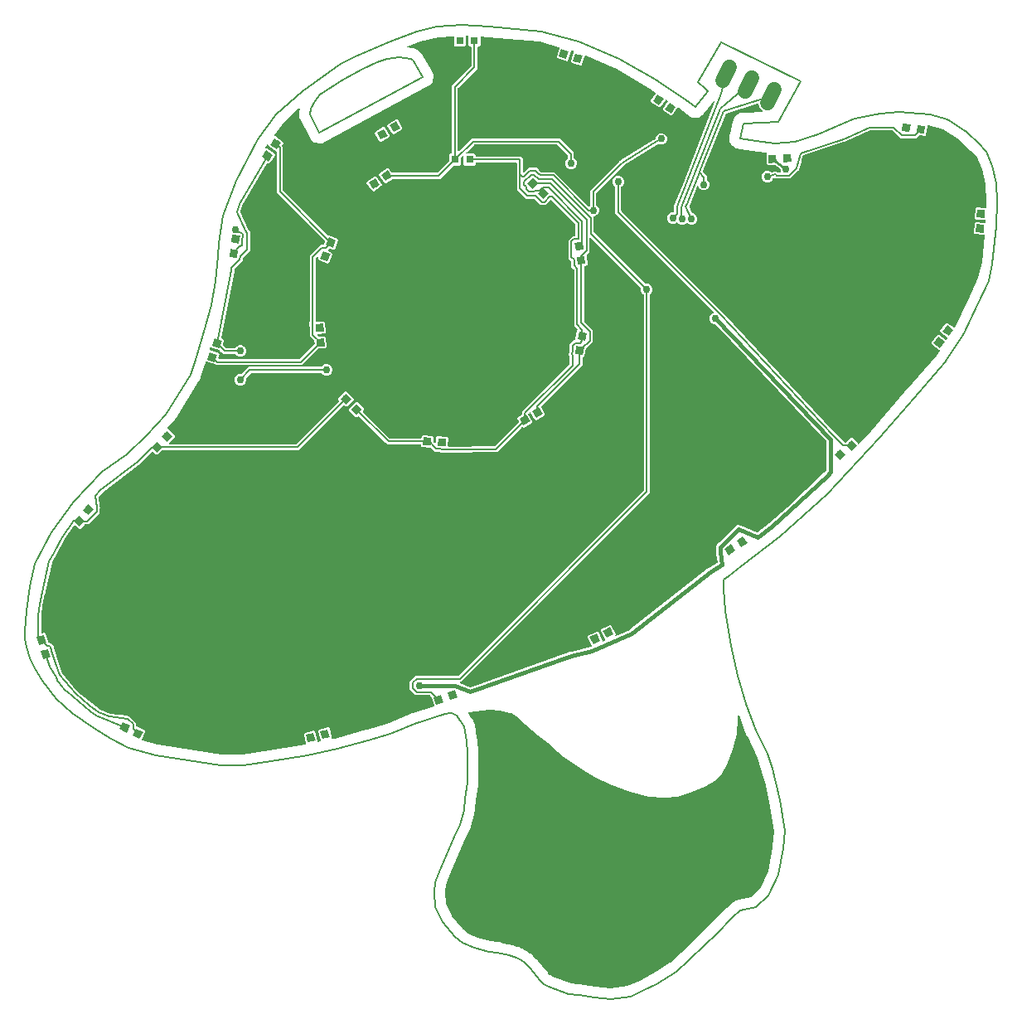
<source format=gtl>
G04 EAGLE Gerber RS-274X export*
G75*
%MOMM*%
%FSLAX34Y34*%
%LPD*%
%INTop Layer*%
%IPPOS*%
%AMOC8*
5,1,8,0,0,1.08239X$1,22.5*%
G01*
%ADD10C,0.152400*%
%ADD11R,0.800000X0.800000*%
%ADD12R,0.800000X0.800000*%
%ADD13C,1.524000*%
%ADD14C,0.756400*%
%ADD15C,0.406400*%
%ADD16C,0.203200*%
%ADD17C,0.254000*%

G36*
X225299Y252228D02*
X225299Y252228D01*
X225370Y252230D01*
X252320Y255905D01*
X252330Y255908D01*
X252347Y255909D01*
X288775Y262190D01*
X288785Y262193D01*
X288801Y262194D01*
X289037Y262244D01*
X289071Y262257D01*
X289107Y262262D01*
X289185Y262301D01*
X289266Y262332D01*
X289294Y262356D01*
X289327Y262372D01*
X289389Y262434D01*
X289456Y262489D01*
X289475Y262520D01*
X289501Y262546D01*
X289539Y262624D01*
X289585Y262698D01*
X289593Y262734D01*
X289610Y262767D01*
X289621Y262853D01*
X289641Y262938D01*
X289637Y262974D01*
X289642Y263011D01*
X289619Y263177D01*
X287261Y272429D01*
X288120Y273877D01*
X297504Y276269D01*
X298952Y275410D01*
X301349Y266008D01*
X301337Y265957D01*
X301312Y265893D01*
X301309Y265838D01*
X301297Y265785D01*
X301303Y265716D01*
X301300Y265648D01*
X301315Y265595D01*
X301320Y265540D01*
X301348Y265477D01*
X301367Y265411D01*
X301398Y265365D01*
X301420Y265315D01*
X301467Y265265D01*
X301506Y265208D01*
X301549Y265175D01*
X301587Y265134D01*
X301647Y265101D01*
X301702Y265060D01*
X301754Y265042D01*
X301802Y265016D01*
X301870Y265004D01*
X301935Y264982D01*
X301990Y264982D01*
X302044Y264972D01*
X302151Y264983D01*
X302181Y264983D01*
X302193Y264987D01*
X302211Y264988D01*
X303953Y265351D01*
X304036Y265383D01*
X304121Y265407D01*
X304150Y265427D01*
X304183Y265440D01*
X304251Y265496D01*
X304324Y265546D01*
X304345Y265574D01*
X304372Y265597D01*
X304419Y265672D01*
X304472Y265742D01*
X304483Y265776D01*
X304502Y265806D01*
X304522Y265892D01*
X304550Y265976D01*
X304550Y266011D01*
X304558Y266045D01*
X304549Y266133D01*
X304549Y266222D01*
X304538Y266255D01*
X304534Y266290D01*
X304498Y266371D01*
X304470Y266455D01*
X304448Y266483D01*
X304434Y266515D01*
X304374Y266580D01*
X304321Y266650D01*
X304284Y266677D01*
X304267Y266696D01*
X304240Y266711D01*
X304188Y266750D01*
X301796Y276134D01*
X302656Y277582D01*
X312039Y279974D01*
X313487Y279114D01*
X315879Y269731D01*
X315478Y269055D01*
X315458Y269004D01*
X315429Y268957D01*
X315413Y268890D01*
X315388Y268826D01*
X315386Y268771D01*
X315373Y268717D01*
X315380Y268649D01*
X315376Y268580D01*
X315391Y268527D01*
X315397Y268473D01*
X315424Y268410D01*
X315443Y268344D01*
X315474Y268298D01*
X315497Y268248D01*
X315543Y268197D01*
X315582Y268141D01*
X315626Y268107D01*
X315663Y268067D01*
X315724Y268034D01*
X315779Y267992D01*
X315831Y267975D01*
X315879Y267949D01*
X315947Y267936D01*
X316012Y267915D01*
X316067Y267915D01*
X316121Y267905D01*
X316228Y267915D01*
X316258Y267915D01*
X316269Y267919D01*
X316288Y267921D01*
X318695Y268423D01*
X318713Y268429D01*
X318745Y268435D01*
X347889Y276595D01*
X347916Y276607D01*
X350129Y277222D01*
X350130Y277223D01*
X352301Y277830D01*
X352314Y277831D01*
X352332Y277838D01*
X352364Y277843D01*
X372278Y283375D01*
X372306Y283388D01*
X372369Y283406D01*
X394163Y292583D01*
X394189Y292599D01*
X394220Y292609D01*
X394359Y292703D01*
X394652Y292951D01*
X396226Y293455D01*
X396248Y293466D01*
X396290Y293478D01*
X397814Y294120D01*
X398197Y294122D01*
X398229Y294127D01*
X398261Y294125D01*
X398425Y294158D01*
X420217Y301132D01*
X420242Y301144D01*
X420269Y301150D01*
X420351Y301200D01*
X420436Y301244D01*
X420456Y301263D01*
X420479Y301278D01*
X420541Y301351D01*
X420608Y301420D01*
X420620Y301444D01*
X420638Y301466D01*
X420674Y301555D01*
X420715Y301641D01*
X420719Y301668D01*
X420729Y301694D01*
X420734Y301790D01*
X420746Y301885D01*
X420741Y301912D01*
X420742Y301940D01*
X420706Y302104D01*
X417801Y310588D01*
X417800Y310620D01*
X417793Y310637D01*
X417792Y310655D01*
X417751Y310752D01*
X417714Y310851D01*
X417703Y310865D01*
X417696Y310882D01*
X417591Y311013D01*
X416125Y312478D01*
X416051Y312531D01*
X415982Y312591D01*
X415952Y312603D01*
X415925Y312622D01*
X415838Y312649D01*
X415754Y312683D01*
X415713Y312687D01*
X415690Y312694D01*
X415658Y312693D01*
X415587Y312701D01*
X401240Y312701D01*
X395453Y318488D01*
X395453Y326672D01*
X397462Y328681D01*
X399231Y330450D01*
X401240Y332459D01*
X445198Y332459D01*
X445288Y332474D01*
X445379Y332481D01*
X445408Y332493D01*
X445440Y332499D01*
X445521Y332541D01*
X445605Y332577D01*
X445637Y332603D01*
X445658Y332614D01*
X445680Y332637D01*
X445736Y332682D01*
X634268Y521214D01*
X634321Y521288D01*
X634381Y521358D01*
X634393Y521388D01*
X634412Y521414D01*
X634439Y521501D01*
X634473Y521586D01*
X634477Y521627D01*
X634484Y521649D01*
X634483Y521681D01*
X634491Y521752D01*
X634491Y721340D01*
X634477Y721430D01*
X634469Y721521D01*
X634457Y721551D01*
X634452Y721583D01*
X634409Y721664D01*
X634373Y721747D01*
X634347Y721780D01*
X634336Y721800D01*
X634313Y721822D01*
X634268Y721878D01*
X632611Y723536D01*
X631725Y725673D01*
X631725Y728018D01*
X631723Y728032D01*
X631724Y728043D01*
X631711Y728102D01*
X631711Y728108D01*
X631703Y728199D01*
X631691Y728229D01*
X631686Y728261D01*
X631643Y728341D01*
X631607Y728425D01*
X631581Y728457D01*
X631570Y728478D01*
X631547Y728500D01*
X631502Y728556D01*
X580557Y779501D01*
X580499Y779543D01*
X580447Y779592D01*
X580400Y779614D01*
X580358Y779645D01*
X580289Y779666D01*
X580224Y779696D01*
X580172Y779702D01*
X580123Y779717D01*
X580051Y779715D01*
X579980Y779723D01*
X579929Y779712D01*
X579877Y779711D01*
X579809Y779686D01*
X579739Y779671D01*
X579695Y779644D01*
X579646Y779626D01*
X579590Y779581D01*
X579528Y779545D01*
X579494Y779505D01*
X579454Y779472D01*
X579415Y779412D01*
X579368Y779358D01*
X579349Y779309D01*
X579321Y779266D01*
X579303Y779196D01*
X579276Y779129D01*
X579268Y779058D01*
X579261Y779027D01*
X579262Y779004D01*
X579258Y778963D01*
X579258Y765398D01*
X577249Y763389D01*
X576153Y762293D01*
X576141Y762277D01*
X576126Y762264D01*
X576070Y762177D01*
X576009Y762093D01*
X576003Y762074D01*
X575993Y762057D01*
X575967Y761957D01*
X575937Y761858D01*
X575937Y761838D01*
X575933Y761819D01*
X575937Y761651D01*
X577182Y752563D01*
X576164Y751222D01*
X574255Y750960D01*
X574167Y750933D01*
X574078Y750914D01*
X574050Y750897D01*
X574019Y750888D01*
X573945Y750834D01*
X573867Y750788D01*
X573846Y750763D01*
X573820Y750744D01*
X573766Y750670D01*
X573707Y750601D01*
X573695Y750571D01*
X573676Y750545D01*
X573649Y750457D01*
X573615Y750373D01*
X573611Y750332D01*
X573604Y750309D01*
X573604Y750277D01*
X573597Y750206D01*
X573597Y694330D01*
X573611Y694240D01*
X573618Y694149D01*
X573631Y694120D01*
X573636Y694088D01*
X573679Y694007D01*
X573715Y693923D01*
X573740Y693891D01*
X573751Y693870D01*
X573775Y693848D01*
X573820Y693792D01*
X582580Y685032D01*
X582580Y673455D01*
X577417Y668292D01*
X577258Y668292D01*
X577169Y668278D01*
X577077Y668271D01*
X577048Y668258D01*
X577016Y668253D01*
X576935Y668210D01*
X576851Y668174D01*
X576819Y668148D01*
X576798Y668138D01*
X576776Y668114D01*
X576720Y668069D01*
X575575Y666924D01*
X575563Y666908D01*
X575547Y666895D01*
X575491Y666808D01*
X575431Y666724D01*
X575425Y666705D01*
X575414Y666688D01*
X575365Y666527D01*
X573872Y658627D01*
X572225Y657502D01*
X572196Y657475D01*
X572163Y657455D01*
X572108Y657391D01*
X572046Y657333D01*
X572028Y657298D01*
X572003Y657268D01*
X571971Y657190D01*
X571932Y657115D01*
X571925Y657077D01*
X571911Y657040D01*
X571892Y656874D01*
X571892Y649606D01*
X569884Y647597D01*
X569883Y647597D01*
X529778Y607492D01*
X529749Y607452D01*
X529714Y607419D01*
X529702Y607397D01*
X529698Y607393D01*
X529689Y607373D01*
X529678Y607353D01*
X529634Y607292D01*
X529620Y607246D01*
X529597Y607203D01*
X529584Y607129D01*
X529562Y607057D01*
X529563Y607008D01*
X529555Y606961D01*
X529566Y606886D01*
X529568Y606811D01*
X529585Y606765D01*
X529592Y606717D01*
X529645Y606602D01*
X529653Y606580D01*
X529657Y606574D01*
X529661Y606565D01*
X533494Y600110D01*
X533078Y598478D01*
X524751Y593534D01*
X523120Y593950D01*
X518914Y601033D01*
X518841Y601120D01*
X518769Y601210D01*
X518762Y601214D01*
X518756Y601221D01*
X518659Y601281D01*
X518562Y601343D01*
X518554Y601345D01*
X518546Y601349D01*
X518435Y601375D01*
X518324Y601403D01*
X518315Y601402D01*
X518306Y601404D01*
X518193Y601393D01*
X518078Y601384D01*
X518070Y601380D01*
X518061Y601379D01*
X517958Y601332D01*
X517852Y601287D01*
X517844Y601281D01*
X517837Y601278D01*
X517820Y601262D01*
X517721Y601182D01*
X516691Y600152D01*
X516662Y600113D01*
X516627Y600080D01*
X516591Y600014D01*
X516547Y599952D01*
X516533Y599906D01*
X516510Y599863D01*
X516497Y599789D01*
X516475Y599717D01*
X516476Y599669D01*
X516468Y599621D01*
X516479Y599547D01*
X516481Y599471D01*
X516498Y599426D01*
X516505Y599378D01*
X516558Y599262D01*
X516566Y599240D01*
X516570Y599235D01*
X516574Y599225D01*
X520596Y592452D01*
X520180Y590820D01*
X511854Y585876D01*
X510469Y586229D01*
X510406Y586234D01*
X510345Y586249D01*
X510285Y586245D01*
X510224Y586250D01*
X510163Y586235D01*
X510100Y586230D01*
X510044Y586206D01*
X509985Y586192D01*
X509932Y586159D01*
X509874Y586134D01*
X509805Y586079D01*
X509777Y586061D01*
X509766Y586047D01*
X509743Y586029D01*
X485555Y561841D01*
X485553Y561839D01*
X485550Y561836D01*
X484668Y560936D01*
X483405Y560936D01*
X483402Y560935D01*
X483397Y560936D01*
X434616Y560431D01*
X434551Y560420D01*
X434485Y560419D01*
X434431Y560399D01*
X434373Y560389D01*
X434316Y560358D01*
X434284Y560346D01*
X433110Y560414D01*
X433090Y560412D01*
X433058Y560415D01*
X431879Y560403D01*
X431842Y560429D01*
X431779Y560448D01*
X431719Y560476D01*
X431637Y560489D01*
X431606Y560499D01*
X431586Y560498D01*
X431554Y560504D01*
X421212Y561100D01*
X418765Y563846D01*
X418752Y563857D01*
X418735Y563878D01*
X417417Y565196D01*
X417360Y565237D01*
X417310Y565285D01*
X417261Y565308D01*
X417217Y565340D01*
X417150Y565360D01*
X417088Y565390D01*
X417013Y565403D01*
X416982Y565412D01*
X416960Y565412D01*
X416922Y565418D01*
X408151Y565924D01*
X407031Y567181D01*
X407067Y567814D01*
X407063Y567856D01*
X407068Y567897D01*
X407050Y567977D01*
X407042Y568059D01*
X407024Y568097D01*
X407015Y568138D01*
X406973Y568208D01*
X406939Y568282D01*
X406911Y568313D01*
X406889Y568349D01*
X406827Y568402D01*
X406771Y568462D01*
X406734Y568481D01*
X406702Y568509D01*
X406626Y568539D01*
X406554Y568578D01*
X406513Y568585D01*
X406474Y568601D01*
X406320Y568618D01*
X406312Y568619D01*
X406310Y568619D01*
X406307Y568619D01*
X372735Y568619D01*
X370726Y570628D01*
X343741Y597613D01*
X343721Y597627D01*
X343706Y597646D01*
X343645Y597684D01*
X343603Y597720D01*
X343578Y597730D01*
X343541Y597756D01*
X343518Y597764D01*
X343497Y597777D01*
X343412Y597797D01*
X343375Y597812D01*
X343354Y597814D01*
X343306Y597829D01*
X343282Y597828D01*
X343258Y597834D01*
X343213Y597830D01*
X343208Y597830D01*
X343198Y597830D01*
X343171Y597826D01*
X343160Y597825D01*
X343061Y597822D01*
X343037Y597814D01*
X343013Y597812D01*
X342971Y597793D01*
X342955Y597790D01*
X342913Y597768D01*
X342830Y597738D01*
X342810Y597722D01*
X342788Y597713D01*
X342752Y597683D01*
X342737Y597675D01*
X342719Y597657D01*
X342658Y597606D01*
X341996Y596927D01*
X340312Y596907D01*
X333381Y603670D01*
X333360Y605354D01*
X340124Y612285D01*
X341808Y612305D01*
X348738Y605542D01*
X348759Y603858D01*
X347980Y603060D01*
X347972Y603048D01*
X347960Y603038D01*
X347901Y602947D01*
X347839Y602859D01*
X347835Y602844D01*
X347827Y602831D01*
X347800Y602726D01*
X347770Y602623D01*
X347770Y602607D01*
X347767Y602593D01*
X347775Y602485D01*
X347779Y602377D01*
X347785Y602363D01*
X347786Y602347D01*
X347828Y602248D01*
X347867Y602147D01*
X347876Y602135D01*
X347882Y602121D01*
X347987Y601990D01*
X375038Y574939D01*
X375112Y574886D01*
X375181Y574827D01*
X375211Y574815D01*
X375237Y574796D01*
X375324Y574769D01*
X375409Y574735D01*
X375450Y574730D01*
X375473Y574724D01*
X375505Y574724D01*
X375576Y574716D01*
X406747Y574716D01*
X406863Y574736D01*
X406985Y574755D01*
X406987Y574756D01*
X406990Y574756D01*
X407093Y574811D01*
X407203Y574869D01*
X407205Y574870D01*
X407207Y574871D01*
X407287Y574956D01*
X407374Y575046D01*
X407375Y575048D01*
X407376Y575050D01*
X407427Y575158D01*
X407479Y575268D01*
X407479Y575271D01*
X407480Y575273D01*
X407481Y575281D01*
X407507Y575434D01*
X407588Y576849D01*
X408846Y577969D01*
X418514Y577412D01*
X419634Y576154D01*
X419405Y572191D01*
X419417Y572078D01*
X419426Y571966D01*
X419430Y571957D01*
X419431Y571947D01*
X419478Y571843D01*
X419522Y571740D01*
X419530Y571730D01*
X419533Y571723D01*
X419551Y571704D01*
X419627Y571609D01*
X420964Y570272D01*
X421005Y570243D01*
X421039Y570206D01*
X421104Y570171D01*
X421164Y570128D01*
X421212Y570114D01*
X421256Y570090D01*
X421329Y570077D01*
X421399Y570056D01*
X421449Y570057D01*
X421498Y570049D01*
X421571Y570060D01*
X421645Y570062D01*
X421692Y570079D01*
X421741Y570087D01*
X421807Y570121D01*
X421876Y570147D01*
X421915Y570178D01*
X421959Y570201D01*
X422010Y570254D01*
X422068Y570300D01*
X422095Y570342D01*
X422130Y570378D01*
X422161Y570445D01*
X422201Y570507D01*
X422213Y570556D01*
X422235Y570601D01*
X422255Y570721D01*
X422261Y570746D01*
X422261Y570754D01*
X422263Y570766D01*
X422564Y575985D01*
X423821Y577106D01*
X433489Y576548D01*
X434609Y575291D01*
X434150Y567337D01*
X434155Y567292D01*
X434151Y567246D01*
X434168Y567170D01*
X434176Y567092D01*
X434195Y567051D01*
X434205Y567006D01*
X434246Y566940D01*
X434278Y566869D01*
X434310Y566835D01*
X434334Y566796D01*
X434393Y566746D01*
X434447Y566689D01*
X434487Y566668D01*
X434522Y566638D01*
X434595Y566610D01*
X434663Y566573D01*
X434709Y566566D01*
X434751Y566549D01*
X434888Y566535D01*
X434906Y566532D01*
X434911Y566533D01*
X434918Y566532D01*
X481800Y567017D01*
X481886Y567032D01*
X481973Y567039D01*
X482006Y567053D01*
X482042Y567059D01*
X482119Y567101D01*
X482199Y567135D01*
X482236Y567164D01*
X482258Y567176D01*
X482280Y567199D01*
X482330Y567240D01*
X506510Y591420D01*
X506539Y591459D01*
X506574Y591492D01*
X506610Y591559D01*
X506654Y591619D01*
X506668Y591666D01*
X506691Y591708D01*
X506704Y591783D01*
X506726Y591855D01*
X506725Y591903D01*
X506733Y591951D01*
X506722Y592025D01*
X506720Y592100D01*
X506703Y592146D01*
X506696Y592194D01*
X506643Y592310D01*
X506635Y592331D01*
X506631Y592337D01*
X506627Y592347D01*
X505278Y594618D01*
X505694Y596250D01*
X509516Y598519D01*
X509564Y598560D01*
X509618Y598592D01*
X509658Y598638D01*
X509704Y598678D01*
X509737Y598731D01*
X509778Y598779D01*
X509801Y598836D01*
X509832Y598887D01*
X509846Y598949D01*
X509870Y599007D01*
X509880Y599095D01*
X509887Y599127D01*
X509885Y599145D01*
X509888Y599174D01*
X509888Y601973D01*
X558441Y650525D01*
X558494Y650599D01*
X558553Y650669D01*
X558566Y650699D01*
X558584Y650725D01*
X558611Y650812D01*
X558645Y650897D01*
X558650Y650938D01*
X558657Y650960D01*
X558656Y650992D01*
X558664Y651064D01*
X558664Y658335D01*
X558661Y658355D01*
X558663Y658376D01*
X558641Y658476D01*
X558624Y658578D01*
X558615Y658596D01*
X558610Y658616D01*
X558531Y658764D01*
X557711Y659967D01*
X558238Y662758D01*
X558238Y662759D01*
X558651Y664941D01*
X558651Y664969D01*
X558664Y665082D01*
X558664Y671064D01*
X563055Y675456D01*
X564142Y675456D01*
X564214Y675467D01*
X564286Y675469D01*
X564334Y675487D01*
X564385Y675495D01*
X564449Y675529D01*
X564517Y675554D01*
X564557Y675586D01*
X564603Y675610D01*
X564652Y675663D01*
X564709Y675708D01*
X564736Y675752D01*
X564772Y675789D01*
X564802Y675854D01*
X564841Y675915D01*
X564862Y675983D01*
X564876Y676012D01*
X564877Y676029D01*
X564880Y676034D01*
X564881Y676044D01*
X564890Y676076D01*
X566600Y685121D01*
X566744Y685220D01*
X566810Y685283D01*
X566881Y685339D01*
X566899Y685367D01*
X566922Y685390D01*
X566965Y685470D01*
X567014Y685546D01*
X567022Y685578D01*
X567037Y685607D01*
X567052Y685697D01*
X567074Y685785D01*
X567071Y685818D01*
X567077Y685850D01*
X567062Y685940D01*
X567055Y686030D01*
X567042Y686060D01*
X567037Y686093D01*
X566994Y686173D01*
X566958Y686256D01*
X566932Y686289D01*
X566921Y686310D01*
X566898Y686332D01*
X566854Y686387D01*
X563435Y689806D01*
X563435Y746588D01*
X563420Y746678D01*
X563413Y746769D01*
X563401Y746799D01*
X563395Y746831D01*
X563353Y746912D01*
X563317Y746996D01*
X563291Y747028D01*
X563280Y747048D01*
X563257Y747071D01*
X563212Y747127D01*
X560183Y750155D01*
X560183Y755680D01*
X560169Y755770D01*
X560162Y755861D01*
X560149Y755891D01*
X560144Y755923D01*
X560101Y756003D01*
X560065Y756087D01*
X560039Y756120D01*
X560029Y756140D01*
X560005Y756162D01*
X559960Y756218D01*
X559483Y756696D01*
X559482Y756696D01*
X557474Y758705D01*
X557474Y777115D01*
X561792Y781433D01*
X563739Y781433D01*
X563759Y781436D01*
X563779Y781434D01*
X563880Y781456D01*
X563982Y781473D01*
X564000Y781482D01*
X564019Y781486D01*
X564108Y781540D01*
X564199Y781588D01*
X564213Y781602D01*
X564230Y781613D01*
X564297Y781691D01*
X564369Y781766D01*
X564377Y781784D01*
X564390Y781800D01*
X564429Y781896D01*
X564472Y781989D01*
X564475Y782009D01*
X564482Y782028D01*
X564500Y782194D01*
X564500Y793518D01*
X564486Y793608D01*
X564479Y793699D01*
X564466Y793729D01*
X564461Y793761D01*
X564418Y793841D01*
X564382Y793925D01*
X564357Y793957D01*
X564346Y793978D01*
X564322Y794000D01*
X564277Y794056D01*
X540259Y818075D01*
X540241Y818087D01*
X540227Y818105D01*
X540142Y818159D01*
X540059Y818218D01*
X540038Y818225D01*
X540020Y818236D01*
X539921Y818261D01*
X539824Y818291D01*
X539802Y818290D01*
X539781Y818295D01*
X539680Y818287D01*
X539578Y818284D01*
X539558Y818277D01*
X539536Y818275D01*
X539443Y818235D01*
X539347Y818200D01*
X539330Y818186D01*
X539310Y818177D01*
X539180Y818072D01*
X536274Y815136D01*
X534276Y813116D01*
X531435Y813102D01*
X529320Y813090D01*
X529225Y813090D01*
X528153Y814151D01*
X528080Y814203D01*
X528012Y814261D01*
X527980Y814274D01*
X527952Y814294D01*
X527942Y814297D01*
X527544Y814695D01*
X527484Y814738D01*
X527429Y814789D01*
X527370Y814820D01*
X527344Y814838D01*
X527320Y814846D01*
X527280Y814867D01*
X526854Y815031D01*
X526630Y815537D01*
X526599Y815584D01*
X526577Y815636D01*
X526512Y815717D01*
X526495Y815742D01*
X526485Y815750D01*
X526472Y815767D01*
X522879Y819360D01*
X522805Y819414D01*
X522735Y819473D01*
X522705Y819485D01*
X522679Y819504D01*
X522592Y819531D01*
X522507Y819565D01*
X522466Y819569D01*
X522444Y819576D01*
X522412Y819575D01*
X522340Y819583D01*
X514018Y819583D01*
X504951Y828650D01*
X504951Y855736D01*
X504948Y855756D01*
X504950Y855775D01*
X504928Y855877D01*
X504912Y855979D01*
X504902Y855996D01*
X504898Y856016D01*
X504845Y856105D01*
X504796Y856196D01*
X504782Y856210D01*
X504772Y856227D01*
X504693Y856294D01*
X504618Y856366D01*
X504600Y856374D01*
X504585Y856387D01*
X504489Y856426D01*
X504395Y856469D01*
X504375Y856471D01*
X504357Y856479D01*
X504190Y856497D01*
X463348Y856497D01*
X463328Y856494D01*
X463309Y856496D01*
X463207Y856474D01*
X463105Y856458D01*
X463088Y856448D01*
X463068Y856444D01*
X462979Y856391D01*
X462888Y856342D01*
X462874Y856328D01*
X462857Y856318D01*
X462790Y856239D01*
X462718Y856164D01*
X462710Y856146D01*
X462697Y856131D01*
X462658Y856034D01*
X462615Y855941D01*
X462613Y855921D01*
X462605Y855903D01*
X462587Y855736D01*
X462587Y854704D01*
X461396Y853513D01*
X451712Y853513D01*
X450521Y854704D01*
X450521Y862364D01*
X450510Y862435D01*
X450508Y862506D01*
X450490Y862555D01*
X450482Y862607D01*
X450448Y862670D01*
X450423Y862737D01*
X450391Y862778D01*
X450366Y862824D01*
X450314Y862873D01*
X450270Y862929D01*
X450226Y862958D01*
X450188Y862993D01*
X450123Y863024D01*
X450063Y863062D01*
X450012Y863075D01*
X449965Y863097D01*
X449894Y863105D01*
X449824Y863122D01*
X449772Y863118D01*
X449721Y863124D01*
X449650Y863109D01*
X449579Y863103D01*
X449531Y863083D01*
X449480Y863072D01*
X449419Y863035D01*
X449353Y863007D01*
X449297Y862962D01*
X449269Y862946D01*
X449254Y862928D01*
X449222Y862902D01*
X447810Y861490D01*
X447757Y861416D01*
X447697Y861347D01*
X447685Y861317D01*
X447666Y861290D01*
X447639Y861203D01*
X447605Y861119D01*
X447601Y861078D01*
X447594Y861055D01*
X447595Y861023D01*
X447587Y860952D01*
X447587Y854704D01*
X446396Y853513D01*
X440148Y853513D01*
X440058Y853499D01*
X439967Y853491D01*
X439937Y853479D01*
X439905Y853474D01*
X439825Y853431D01*
X439741Y853395D01*
X439709Y853369D01*
X439688Y853358D01*
X439666Y853335D01*
X439610Y853290D01*
X426350Y840030D01*
X378387Y840030D01*
X378374Y840028D01*
X378361Y840030D01*
X378253Y840008D01*
X378144Y839990D01*
X378133Y839984D01*
X378120Y839982D01*
X377970Y839906D01*
X371053Y835379D01*
X369405Y835724D01*
X364102Y843827D01*
X364447Y845475D01*
X372550Y850778D01*
X374198Y850434D01*
X376791Y846472D01*
X376822Y846438D01*
X376846Y846398D01*
X376905Y846348D01*
X376957Y846291D01*
X376998Y846268D01*
X377033Y846238D01*
X377105Y846209D01*
X377172Y846172D01*
X377218Y846163D01*
X377261Y846146D01*
X377395Y846131D01*
X377414Y846128D01*
X377420Y846128D01*
X377428Y846127D01*
X423509Y846127D01*
X423599Y846142D01*
X423690Y846149D01*
X423719Y846162D01*
X423751Y846167D01*
X423832Y846210D01*
X423916Y846246D01*
X423948Y846271D01*
X423969Y846282D01*
X423991Y846306D01*
X424047Y846350D01*
X435298Y857602D01*
X435351Y857676D01*
X435411Y857745D01*
X435423Y857775D01*
X435442Y857802D01*
X435469Y857889D01*
X435503Y857973D01*
X435507Y858014D01*
X435514Y858037D01*
X435513Y858069D01*
X435521Y858140D01*
X435521Y864388D01*
X436712Y865579D01*
X437744Y865579D01*
X437764Y865582D01*
X437783Y865580D01*
X437885Y865602D01*
X437987Y865618D01*
X438004Y865628D01*
X438024Y865632D01*
X438113Y865685D01*
X438204Y865734D01*
X438218Y865748D01*
X438235Y865758D01*
X438302Y865837D01*
X438374Y865912D01*
X438382Y865930D01*
X438395Y865945D01*
X438434Y866041D01*
X438477Y866135D01*
X438479Y866155D01*
X438487Y866173D01*
X438505Y866340D01*
X438505Y935132D01*
X458244Y954871D01*
X458297Y954945D01*
X458357Y955015D01*
X458369Y955045D01*
X458388Y955071D01*
X458415Y955158D01*
X458449Y955243D01*
X458453Y955284D01*
X458460Y955306D01*
X458459Y955338D01*
X458467Y955410D01*
X458467Y973962D01*
X458464Y973982D01*
X458466Y974001D01*
X458444Y974103D01*
X458428Y974205D01*
X458418Y974222D01*
X458414Y974242D01*
X458361Y974331D01*
X458312Y974422D01*
X458298Y974436D01*
X458288Y974453D01*
X458209Y974520D01*
X458134Y974592D01*
X458116Y974600D01*
X458101Y974613D01*
X458005Y974652D01*
X457911Y974695D01*
X457891Y974697D01*
X457873Y974705D01*
X457706Y974723D01*
X456674Y974723D01*
X455483Y975914D01*
X455483Y984963D01*
X455483Y984965D01*
X455483Y984967D01*
X455463Y985086D01*
X455444Y985205D01*
X455442Y985207D01*
X455442Y985210D01*
X455384Y985317D01*
X455328Y985423D01*
X455327Y985424D01*
X455325Y985427D01*
X455238Y985509D01*
X455150Y985592D01*
X455148Y985593D01*
X455146Y985595D01*
X455037Y985644D01*
X454927Y985696D01*
X454925Y985696D01*
X454922Y985697D01*
X454757Y985723D01*
X453345Y985787D01*
X453308Y985783D01*
X453271Y985787D01*
X453186Y985769D01*
X453100Y985758D01*
X453067Y985743D01*
X453030Y985735D01*
X452956Y985690D01*
X452878Y985653D01*
X452851Y985628D01*
X452819Y985608D01*
X452763Y985543D01*
X452701Y985483D01*
X452683Y985450D01*
X452659Y985422D01*
X452627Y985341D01*
X452587Y985265D01*
X452581Y985228D01*
X452567Y985193D01*
X452549Y985027D01*
X452549Y975914D01*
X451358Y974723D01*
X441674Y974723D01*
X440483Y975914D01*
X440483Y984822D01*
X440477Y984860D01*
X440479Y984899D01*
X440457Y984981D01*
X440444Y985065D01*
X440425Y985099D01*
X440415Y985137D01*
X440368Y985207D01*
X440328Y985282D01*
X440300Y985309D01*
X440279Y985341D01*
X440211Y985393D01*
X440150Y985452D01*
X440115Y985468D01*
X440084Y985492D01*
X440004Y985520D01*
X439927Y985555D01*
X439888Y985559D01*
X439851Y985572D01*
X439684Y985582D01*
X424597Y984828D01*
X424573Y984823D01*
X424450Y984806D01*
X405915Y980172D01*
X405887Y980160D01*
X405828Y980145D01*
X393404Y975412D01*
X393347Y975379D01*
X393285Y975354D01*
X393241Y975317D01*
X393192Y975289D01*
X393148Y975239D01*
X393097Y975196D01*
X393067Y975147D01*
X393029Y975104D01*
X393004Y975042D01*
X392969Y974986D01*
X392957Y974930D01*
X392935Y974877D01*
X392930Y974810D01*
X392915Y974746D01*
X392921Y974689D01*
X392917Y974631D01*
X392934Y974567D01*
X392941Y974501D01*
X392965Y974449D01*
X392979Y974393D01*
X393015Y974338D01*
X393043Y974277D01*
X393082Y974235D01*
X393113Y974187D01*
X393165Y974146D01*
X393211Y974098D01*
X393261Y974070D01*
X393306Y974035D01*
X393369Y974013D01*
X393428Y973981D01*
X393507Y973963D01*
X393538Y973952D01*
X393558Y973952D01*
X393591Y973944D01*
X397216Y973542D01*
X397227Y973542D01*
X397246Y973539D01*
X399182Y973401D01*
X399261Y973362D01*
X399309Y973347D01*
X399354Y973323D01*
X399471Y973296D01*
X399496Y973288D01*
X399504Y973289D01*
X399517Y973286D01*
X399606Y973276D01*
X401306Y972340D01*
X401317Y972336D01*
X401332Y972326D01*
X402622Y971681D01*
X402643Y971675D01*
X402763Y971627D01*
X403734Y971364D01*
X404555Y970730D01*
X404577Y970718D01*
X404680Y970652D01*
X405608Y970188D01*
X406267Y969428D01*
X406284Y969414D01*
X406377Y969324D01*
X407174Y968709D01*
X407690Y967809D01*
X407706Y967790D01*
X407775Y967689D01*
X408455Y966905D01*
X408773Y965951D01*
X408784Y965931D01*
X408835Y965813D01*
X417077Y951443D01*
X417112Y951399D01*
X417140Y951349D01*
X417166Y951323D01*
X417167Y951321D01*
X417173Y951316D01*
X417212Y951276D01*
X417232Y951252D01*
X417243Y951245D01*
X417252Y951236D01*
X418222Y949447D01*
X418226Y949441D01*
X418231Y949431D01*
X419244Y947664D01*
X419257Y947620D01*
X419264Y947564D01*
X419303Y947468D01*
X419311Y947438D01*
X419319Y947428D01*
X419324Y947416D01*
X419535Y945392D01*
X419537Y945385D01*
X419537Y945374D01*
X419797Y943353D01*
X419793Y943308D01*
X419777Y943253D01*
X419776Y943150D01*
X419773Y943119D01*
X419776Y943106D01*
X419776Y943095D01*
X419197Y941144D01*
X419196Y941136D01*
X419192Y941126D01*
X418659Y939159D01*
X418637Y939119D01*
X418602Y939075D01*
X418562Y938980D01*
X418547Y938953D01*
X418545Y938940D01*
X418540Y938929D01*
X417258Y937348D01*
X417255Y937341D01*
X417247Y937333D01*
X416002Y935720D01*
X415967Y935692D01*
X415927Y935670D01*
X415925Y935668D01*
X415917Y935664D01*
X415844Y935591D01*
X415820Y935572D01*
X415813Y935561D01*
X415804Y935552D01*
X414015Y934582D01*
X414009Y934578D01*
X413999Y934574D01*
X412232Y933560D01*
X412188Y933547D01*
X412132Y933540D01*
X412036Y933501D01*
X412006Y933493D01*
X411996Y933485D01*
X411976Y933477D01*
X310492Y878456D01*
X310442Y878417D01*
X310387Y878386D01*
X310379Y878379D01*
X308455Y877351D01*
X308453Y877350D01*
X308450Y877349D01*
X306541Y876314D01*
X304378Y876101D01*
X304377Y876100D01*
X304374Y876101D01*
X302215Y875875D01*
X300136Y876506D01*
X300134Y876507D01*
X300131Y876508D01*
X298051Y877125D01*
X296371Y878504D01*
X296370Y878505D01*
X296368Y878507D01*
X294682Y879874D01*
X293658Y881791D01*
X293657Y881793D01*
X293656Y881795D01*
X292610Y883724D01*
X292594Y883764D01*
X292585Y883796D01*
X292575Y883811D01*
X292564Y883838D01*
X284004Y899861D01*
X283988Y899882D01*
X283966Y899925D01*
X283077Y901259D01*
X282992Y901685D01*
X282982Y901712D01*
X282979Y901740D01*
X282937Y901845D01*
X282937Y901849D01*
X282934Y901852D01*
X282917Y901896D01*
X282712Y902279D01*
X282555Y903875D01*
X282549Y903901D01*
X282544Y903949D01*
X282233Y905522D01*
X282318Y905948D01*
X282319Y905976D01*
X282328Y906004D01*
X282330Y906171D01*
X282287Y906604D01*
X282753Y908138D01*
X282756Y908164D01*
X282771Y908210D01*
X283297Y910839D01*
X283297Y910844D01*
X283298Y910848D01*
X283301Y910968D01*
X283305Y911085D01*
X283304Y911089D01*
X283304Y911094D01*
X283269Y911209D01*
X283235Y911321D01*
X283233Y911324D01*
X283232Y911328D01*
X283162Y911425D01*
X283094Y911522D01*
X283090Y911525D01*
X283088Y911528D01*
X282992Y911597D01*
X282895Y911667D01*
X282891Y911669D01*
X282888Y911671D01*
X282774Y911706D01*
X282661Y911742D01*
X282657Y911742D01*
X282652Y911743D01*
X282534Y911740D01*
X282415Y911738D01*
X282411Y911736D01*
X282407Y911736D01*
X282296Y911695D01*
X282183Y911655D01*
X282180Y911653D01*
X282176Y911651D01*
X282040Y911553D01*
X267242Y898165D01*
X267226Y898144D01*
X267144Y898057D01*
X257094Y884657D01*
X257052Y884577D01*
X257003Y884500D01*
X256995Y884468D01*
X256980Y884439D01*
X256966Y884349D01*
X256944Y884261D01*
X256946Y884228D01*
X256941Y884196D01*
X256956Y884106D01*
X256964Y884016D01*
X256977Y883986D01*
X256982Y883953D01*
X257025Y883874D01*
X257061Y883790D01*
X257083Y883766D01*
X257099Y883737D01*
X257165Y883675D01*
X257225Y883607D01*
X257254Y883591D01*
X257278Y883568D01*
X257360Y883530D01*
X257439Y883486D01*
X257472Y883480D01*
X257502Y883466D01*
X257592Y883456D01*
X257681Y883439D01*
X257723Y883443D01*
X257746Y883440D01*
X257778Y883447D01*
X257848Y883453D01*
X257909Y883465D01*
X265938Y878050D01*
X266259Y876396D01*
X266069Y876115D01*
X266069Y876114D01*
X265555Y875353D01*
X265042Y874592D01*
X264983Y874505D01*
X264954Y874441D01*
X264916Y874382D01*
X264903Y874330D01*
X264880Y874282D01*
X264873Y874212D01*
X264856Y874144D01*
X264860Y874090D01*
X264854Y874037D01*
X264869Y873969D01*
X264875Y873899D01*
X264896Y873849D01*
X264907Y873797D01*
X264944Y873737D01*
X264971Y873672D01*
X265018Y873614D01*
X265034Y873586D01*
X265052Y873572D01*
X265076Y873541D01*
X265924Y872693D01*
X265924Y828334D01*
X265939Y828244D01*
X265946Y828153D01*
X265959Y828123D01*
X265964Y828091D01*
X266007Y828010D01*
X266043Y827926D01*
X266068Y827894D01*
X266079Y827874D01*
X266103Y827851D01*
X266147Y827796D01*
X311733Y782210D01*
X311826Y782143D01*
X311917Y782074D01*
X311926Y782071D01*
X311933Y782066D01*
X312042Y782032D01*
X312151Y781996D01*
X312160Y781996D01*
X312168Y781994D01*
X312283Y781997D01*
X312397Y781997D01*
X312407Y782000D01*
X312414Y782000D01*
X312436Y782008D01*
X312558Y782042D01*
X312814Y782146D01*
X321734Y778378D01*
X322368Y776818D01*
X318600Y767897D01*
X317039Y767263D01*
X313826Y768621D01*
X313710Y768649D01*
X313594Y768678D01*
X313590Y768678D01*
X313587Y768679D01*
X313468Y768668D01*
X313348Y768659D01*
X313345Y768658D01*
X313342Y768657D01*
X313231Y768609D01*
X313122Y768563D01*
X313119Y768560D01*
X313116Y768559D01*
X313107Y768551D01*
X312991Y768458D01*
X311913Y767380D01*
X311888Y767345D01*
X311856Y767316D01*
X311817Y767246D01*
X311770Y767181D01*
X311757Y767139D01*
X311736Y767102D01*
X311721Y767023D01*
X311698Y766946D01*
X311699Y766902D01*
X311691Y766860D01*
X311702Y766780D01*
X311704Y766700D01*
X311719Y766659D01*
X311725Y766616D01*
X311761Y766544D01*
X311788Y766469D01*
X311815Y766435D01*
X311835Y766396D01*
X311892Y766339D01*
X311942Y766277D01*
X311978Y766253D01*
X312009Y766223D01*
X312090Y766177D01*
X312091Y766177D01*
X312092Y766177D01*
X312139Y766150D01*
X312149Y766144D01*
X312152Y766143D01*
X312156Y766141D01*
X315897Y764560D01*
X316531Y763000D01*
X312763Y754079D01*
X311202Y753446D01*
X302282Y757214D01*
X301648Y758774D01*
X301883Y759330D01*
X301906Y759427D01*
X301936Y759523D01*
X301935Y759546D01*
X301941Y759569D01*
X301932Y759668D01*
X301929Y759768D01*
X301921Y759791D01*
X301919Y759814D01*
X301879Y759905D01*
X301845Y759999D01*
X301830Y760018D01*
X301821Y760039D01*
X301754Y760113D01*
X301691Y760191D01*
X301671Y760204D01*
X301656Y760222D01*
X301569Y760270D01*
X301484Y760324D01*
X301462Y760330D01*
X301441Y760342D01*
X301343Y760360D01*
X301246Y760385D01*
X301222Y760383D01*
X301199Y760387D01*
X301100Y760373D01*
X301001Y760365D01*
X300979Y760356D01*
X300956Y760353D01*
X300866Y760308D01*
X300774Y760269D01*
X300752Y760251D01*
X300736Y760243D01*
X300713Y760220D01*
X300643Y760164D01*
X299587Y759108D01*
X299534Y759034D01*
X299475Y758965D01*
X299463Y758935D01*
X299444Y758909D01*
X299417Y758822D01*
X299383Y758737D01*
X299378Y758696D01*
X299372Y758674D01*
X299372Y758641D01*
X299365Y758570D01*
X299365Y694368D01*
X299371Y694327D01*
X299369Y694286D01*
X299391Y694206D01*
X299404Y694125D01*
X299423Y694089D01*
X299435Y694049D01*
X299481Y693980D01*
X299519Y693908D01*
X299549Y693879D01*
X299572Y693845D01*
X299638Y693795D01*
X299698Y693738D01*
X299735Y693721D01*
X299768Y693696D01*
X299846Y693669D01*
X299921Y693635D01*
X299962Y693630D01*
X300001Y693617D01*
X300160Y693608D01*
X300165Y693608D01*
X300166Y693608D01*
X300168Y693608D01*
X307899Y694040D01*
X309154Y692917D01*
X309695Y683249D01*
X308572Y681993D01*
X301515Y681599D01*
X301466Y681588D01*
X301415Y681586D01*
X301347Y681561D01*
X301275Y681545D01*
X301232Y681519D01*
X301184Y681502D01*
X301127Y681456D01*
X301065Y681418D01*
X301032Y681380D01*
X300992Y681348D01*
X300953Y681287D01*
X300905Y681231D01*
X300887Y681184D01*
X300859Y681141D01*
X300841Y681070D01*
X300814Y681002D01*
X300812Y680952D01*
X300799Y680903D01*
X300805Y680830D01*
X300801Y680757D01*
X300814Y680708D01*
X300818Y680658D01*
X300847Y680590D01*
X300867Y680520D01*
X300895Y680478D01*
X300915Y680431D01*
X300990Y680338D01*
X301004Y680316D01*
X301011Y680311D01*
X301020Y680300D01*
X302359Y678961D01*
X302450Y678896D01*
X302539Y678827D01*
X302550Y678824D01*
X302559Y678817D01*
X302666Y678785D01*
X302772Y678748D01*
X302785Y678748D01*
X302794Y678745D01*
X302820Y678746D01*
X302940Y678739D01*
X308736Y679063D01*
X309992Y677941D01*
X310532Y668272D01*
X309410Y667017D01*
X302696Y666641D01*
X302627Y666626D01*
X302557Y666621D01*
X302508Y666600D01*
X302456Y666588D01*
X302395Y666552D01*
X302331Y666524D01*
X302273Y666478D01*
X302245Y666461D01*
X302230Y666444D01*
X302200Y666420D01*
X285512Y649731D01*
X197701Y649731D01*
X197007Y650425D01*
X196926Y650483D01*
X196848Y650547D01*
X196822Y650558D01*
X196808Y650568D01*
X196776Y650578D01*
X196694Y650614D01*
X188142Y653261D01*
X188131Y653263D01*
X188120Y653267D01*
X188009Y653279D01*
X187899Y653295D01*
X187887Y653293D01*
X187876Y653294D01*
X187767Y653270D01*
X187657Y653249D01*
X187647Y653243D01*
X187635Y653241D01*
X187540Y653183D01*
X187442Y653129D01*
X187435Y653120D01*
X187425Y653114D01*
X187352Y653029D01*
X187278Y652946D01*
X187273Y652936D01*
X187265Y652927D01*
X187195Y652774D01*
X186954Y652053D01*
X186953Y652043D01*
X186947Y652028D01*
X186385Y650134D01*
X186352Y650093D01*
X186326Y650047D01*
X186292Y650007D01*
X186245Y649904D01*
X186230Y649879D01*
X186228Y649869D01*
X186222Y649855D01*
X182101Y637491D01*
X182095Y637459D01*
X182072Y637376D01*
X181864Y636133D01*
X181449Y635470D01*
X181447Y635464D01*
X181443Y635459D01*
X181373Y635307D01*
X181125Y634565D01*
X180299Y633613D01*
X180282Y633584D01*
X180229Y633517D01*
X156022Y594787D01*
X156021Y594784D01*
X156019Y594782D01*
X155948Y594630D01*
X155678Y593842D01*
X154877Y592935D01*
X154860Y592907D01*
X154802Y592835D01*
X154161Y591809D01*
X153483Y591325D01*
X153481Y591323D01*
X153478Y591322D01*
X153354Y591209D01*
X148253Y585428D01*
X148251Y585425D01*
X148249Y585423D01*
X148186Y585320D01*
X148122Y585219D01*
X148121Y585216D01*
X148120Y585213D01*
X148092Y585094D01*
X148065Y584980D01*
X148065Y584977D01*
X148064Y584974D01*
X148076Y584854D01*
X148086Y584735D01*
X148088Y584732D01*
X148088Y584729D01*
X148137Y584620D01*
X148185Y584510D01*
X148187Y584507D01*
X148189Y584504D01*
X148296Y584376D01*
X155156Y577774D01*
X155189Y576090D01*
X149630Y570314D01*
X149594Y570261D01*
X149549Y570214D01*
X149524Y570160D01*
X149491Y570111D01*
X149473Y570049D01*
X149446Y569991D01*
X149439Y569932D01*
X149423Y569875D01*
X149426Y569810D01*
X149418Y569746D01*
X149431Y569688D01*
X149434Y569629D01*
X149457Y569569D01*
X149471Y569506D01*
X149501Y569455D01*
X149523Y569400D01*
X149564Y569350D01*
X149597Y569295D01*
X149642Y569256D01*
X149680Y569211D01*
X149735Y569177D01*
X149784Y569135D01*
X149839Y569113D01*
X149889Y569082D01*
X149952Y569067D01*
X150012Y569043D01*
X150097Y569034D01*
X150129Y569026D01*
X150148Y569028D01*
X150179Y569025D01*
X279640Y569025D01*
X279730Y569039D01*
X279821Y569046D01*
X279851Y569059D01*
X279883Y569064D01*
X279963Y569107D01*
X280047Y569143D01*
X280079Y569168D01*
X280100Y569179D01*
X280122Y569203D01*
X280178Y569248D01*
X323331Y612401D01*
X323345Y612420D01*
X323365Y612436D01*
X323417Y612520D01*
X323475Y612600D01*
X323482Y612624D01*
X323495Y612645D01*
X323518Y612741D01*
X323547Y612835D01*
X323546Y612860D01*
X323552Y612884D01*
X323543Y612982D01*
X323541Y613081D01*
X323532Y613104D01*
X323530Y613129D01*
X323490Y613219D01*
X323456Y613312D01*
X323441Y613331D01*
X323431Y613354D01*
X323325Y613484D01*
X322646Y614146D01*
X322625Y615830D01*
X329388Y622761D01*
X331072Y622781D01*
X338003Y616018D01*
X338024Y614334D01*
X331260Y607403D01*
X329576Y607383D01*
X328779Y608161D01*
X328766Y608170D01*
X328756Y608182D01*
X328665Y608241D01*
X328577Y608302D01*
X328562Y608307D01*
X328550Y608315D01*
X328445Y608341D01*
X328341Y608372D01*
X328326Y608371D01*
X328311Y608375D01*
X328203Y608367D01*
X328095Y608363D01*
X328081Y608357D01*
X328066Y608356D01*
X327966Y608314D01*
X327865Y608275D01*
X327854Y608266D01*
X327840Y608260D01*
X327709Y608155D01*
X282481Y562927D01*
X142846Y562927D01*
X142749Y562911D01*
X142651Y562902D01*
X142628Y562891D01*
X142603Y562887D01*
X142516Y562841D01*
X142426Y562801D01*
X142402Y562781D01*
X142386Y562772D01*
X142363Y562748D01*
X142297Y562694D01*
X138073Y558304D01*
X136389Y558272D01*
X133160Y561379D01*
X133150Y561386D01*
X133142Y561396D01*
X133049Y561456D01*
X132958Y561519D01*
X132946Y561522D01*
X132935Y561529D01*
X132827Y561556D01*
X132721Y561587D01*
X132709Y561586D01*
X132697Y561589D01*
X132586Y561580D01*
X132476Y561575D01*
X132464Y561571D01*
X132451Y561570D01*
X132350Y561527D01*
X132246Y561487D01*
X132237Y561478D01*
X132225Y561474D01*
X132094Y561369D01*
X120234Y549509D01*
X120210Y549475D01*
X120179Y549448D01*
X120139Y549376D01*
X120090Y549309D01*
X120078Y549270D01*
X120058Y549234D01*
X120025Y549100D01*
X119835Y548955D01*
X119219Y548485D01*
X119197Y548461D01*
X119143Y548418D01*
X118424Y547699D01*
X118415Y547697D01*
X118374Y547700D01*
X118295Y547678D01*
X118213Y547664D01*
X118177Y547645D01*
X118137Y547634D01*
X118000Y547552D01*
X117996Y547549D01*
X117995Y547549D01*
X117993Y547548D01*
X81780Y519869D01*
X81758Y519845D01*
X81693Y519791D01*
X77471Y515385D01*
X77457Y515365D01*
X77439Y515350D01*
X77410Y515302D01*
X77391Y515282D01*
X77374Y515244D01*
X77331Y515182D01*
X77325Y515160D01*
X77313Y515139D01*
X77302Y515089D01*
X77288Y515059D01*
X77282Y515010D01*
X77264Y514946D01*
X77265Y514922D01*
X77260Y514899D01*
X77263Y514839D01*
X77261Y514815D01*
X77266Y514789D01*
X77270Y514732D01*
X78665Y506461D01*
X78674Y506434D01*
X78676Y506406D01*
X78714Y506319D01*
X78745Y506228D01*
X78762Y506206D01*
X78773Y506180D01*
X78877Y506049D01*
X78910Y506016D01*
X78910Y505073D01*
X78915Y505041D01*
X78921Y504946D01*
X79078Y504016D01*
X79051Y503978D01*
X79039Y503953D01*
X79020Y503932D01*
X78985Y503843D01*
X78943Y503757D01*
X78939Y503730D01*
X78928Y503704D01*
X78910Y503537D01*
X78910Y498787D01*
X67316Y487193D01*
X63458Y487193D01*
X63445Y487191D01*
X63431Y487193D01*
X63324Y487171D01*
X63216Y487153D01*
X63203Y487147D01*
X63190Y487144D01*
X63095Y487090D01*
X62998Y487038D01*
X62989Y487028D01*
X62977Y487021D01*
X62859Y486902D01*
X59572Y482709D01*
X57900Y482507D01*
X53701Y485800D01*
X53671Y485816D01*
X53669Y485817D01*
X53643Y485841D01*
X53562Y485876D01*
X53485Y485918D01*
X53450Y485925D01*
X53418Y485939D01*
X53330Y485946D01*
X53243Y485962D01*
X53208Y485957D01*
X53172Y485960D01*
X53087Y485939D01*
X53000Y485926D01*
X52968Y485910D01*
X52933Y485901D01*
X52859Y485854D01*
X52780Y485814D01*
X52756Y485789D01*
X52726Y485770D01*
X52613Y485646D01*
X42881Y472129D01*
X42867Y472100D01*
X42828Y472043D01*
X34237Y455973D01*
X34236Y455970D01*
X34233Y455966D01*
X30115Y448046D01*
X30110Y448031D01*
X30101Y448018D01*
X30047Y447860D01*
X23636Y419011D01*
X23634Y418970D01*
X23296Y417480D01*
X23296Y417478D01*
X23295Y417476D01*
X22966Y415995D01*
X22946Y415938D01*
X20343Y404463D01*
X20342Y404442D01*
X20333Y404407D01*
X18848Y394510D01*
X18849Y394477D01*
X18840Y394397D01*
X18840Y376433D01*
X18841Y376428D01*
X18840Y376423D01*
X18861Y376306D01*
X18880Y376191D01*
X18882Y376186D01*
X18883Y376181D01*
X18940Y376077D01*
X18995Y375973D01*
X18998Y375970D01*
X19001Y375965D01*
X19088Y375884D01*
X19173Y375804D01*
X19178Y375802D01*
X19182Y375798D01*
X19289Y375750D01*
X19396Y375700D01*
X19401Y375700D01*
X19406Y375698D01*
X19524Y375686D01*
X19640Y375673D01*
X19646Y375674D01*
X19651Y375674D01*
X19816Y375703D01*
X21950Y376331D01*
X23429Y375525D01*
X25966Y366905D01*
X25987Y366860D01*
X25999Y366813D01*
X26040Y366750D01*
X26072Y366683D01*
X26107Y366648D01*
X26133Y366607D01*
X26192Y366560D01*
X26244Y366507D01*
X26288Y366485D01*
X26326Y366454D01*
X26397Y366429D01*
X26463Y366395D01*
X26512Y366387D01*
X26558Y366371D01*
X26632Y366369D01*
X26706Y366358D01*
X26710Y366359D01*
X27175Y366150D01*
X27249Y366130D01*
X27320Y366101D01*
X27383Y366094D01*
X27413Y366087D01*
X27439Y366088D01*
X27487Y366083D01*
X27933Y366083D01*
X28332Y365684D01*
X28376Y365653D01*
X28413Y365613D01*
X28507Y365558D01*
X28531Y365541D01*
X28542Y365537D01*
X28558Y365528D01*
X29072Y365297D01*
X29116Y365181D01*
X29147Y365127D01*
X29169Y365069D01*
X29208Y365022D01*
X29239Y364968D01*
X29286Y364927D01*
X29326Y364879D01*
X29399Y364828D01*
X29424Y364806D01*
X29440Y364799D01*
X29463Y364783D01*
X31087Y363898D01*
X31602Y362147D01*
X31889Y361172D01*
X32556Y358906D01*
X36204Y346520D01*
X36213Y346501D01*
X36222Y346465D01*
X40643Y334822D01*
X40666Y334782D01*
X40681Y334738D01*
X40756Y334626D01*
X40766Y334609D01*
X40770Y334606D01*
X40775Y334599D01*
X55938Y316793D01*
X55963Y316771D01*
X56026Y316705D01*
X70548Y304417D01*
X70563Y304408D01*
X70584Y304389D01*
X78773Y298270D01*
X78781Y298266D01*
X78787Y298260D01*
X78933Y298178D01*
X89255Y293824D01*
X89274Y293820D01*
X89290Y293810D01*
X89453Y293771D01*
X107655Y291410D01*
X107687Y291411D01*
X107753Y291404D01*
X108780Y291404D01*
X108808Y291372D01*
X108879Y291332D01*
X108945Y291285D01*
X108986Y291272D01*
X109023Y291251D01*
X109148Y291221D01*
X109772Y290411D01*
X109795Y290389D01*
X109837Y290337D01*
X115886Y284288D01*
X115886Y281330D01*
X115901Y281236D01*
X115910Y281141D01*
X115921Y281115D01*
X115926Y281087D01*
X115970Y281003D01*
X116009Y280916D01*
X116028Y280895D01*
X116041Y280870D01*
X116110Y280804D01*
X116174Y280734D01*
X116204Y280715D01*
X116219Y280700D01*
X116249Y280686D01*
X116316Y280644D01*
X124691Y276596D01*
X125245Y275005D01*
X121663Y267595D01*
X121637Y267509D01*
X121604Y267426D01*
X121603Y267392D01*
X121593Y267359D01*
X121596Y267270D01*
X121592Y267180D01*
X121601Y267148D01*
X121602Y267114D01*
X121634Y267030D01*
X121658Y266943D01*
X121677Y266915D01*
X121689Y266883D01*
X121746Y266814D01*
X121796Y266740D01*
X121823Y266719D01*
X121845Y266693D01*
X121921Y266645D01*
X121992Y266591D01*
X122032Y266575D01*
X122053Y266562D01*
X122084Y266555D01*
X122148Y266529D01*
X138123Y262173D01*
X138152Y262170D01*
X138207Y262155D01*
X202708Y252232D01*
X202741Y252232D01*
X202823Y252223D01*
X225267Y252223D01*
X225299Y252228D01*
G37*
G36*
X457352Y320651D02*
X457352Y320651D01*
X457425Y320648D01*
X457492Y320663D01*
X457523Y320666D01*
X457546Y320676D01*
X457589Y320686D01*
X557111Y356318D01*
X557154Y356342D01*
X557200Y356357D01*
X557261Y356401D01*
X557326Y356437D01*
X557359Y356473D01*
X557399Y356502D01*
X557476Y356602D01*
X557492Y356619D01*
X557495Y356626D01*
X557500Y356631D01*
X558874Y356954D01*
X558901Y356965D01*
X558956Y356979D01*
X560286Y357455D01*
X560329Y357442D01*
X560372Y357420D01*
X560446Y357409D01*
X560518Y357388D01*
X560567Y357390D01*
X560615Y357383D01*
X560740Y357398D01*
X560764Y357399D01*
X560771Y357402D01*
X560781Y357403D01*
X580302Y361996D01*
X580329Y362008D01*
X580433Y362040D01*
X580921Y362253D01*
X580954Y362275D01*
X580991Y362289D01*
X581057Y362341D01*
X581127Y362387D01*
X581152Y362418D01*
X581183Y362443D01*
X581228Y362514D01*
X581280Y362580D01*
X581294Y362617D01*
X581315Y362650D01*
X581335Y362732D01*
X581364Y362811D01*
X581365Y362850D01*
X581374Y362889D01*
X581368Y362973D01*
X581369Y363057D01*
X581358Y363095D01*
X581354Y363134D01*
X581296Y363292D01*
X577076Y371720D01*
X577607Y373318D01*
X586266Y377654D01*
X587864Y377122D01*
X592216Y368431D01*
X592216Y368422D01*
X592205Y368351D01*
X592213Y368300D01*
X592212Y368248D01*
X592233Y368179D01*
X592245Y368109D01*
X592270Y368063D01*
X592285Y368013D01*
X592327Y367955D01*
X592361Y367892D01*
X592399Y367856D01*
X592429Y367814D01*
X592488Y367772D01*
X592540Y367723D01*
X592587Y367701D01*
X592630Y367671D01*
X592698Y367650D01*
X592763Y367620D01*
X592815Y367615D01*
X592865Y367599D01*
X592937Y367601D01*
X593008Y367594D01*
X593059Y367605D01*
X593111Y367607D01*
X593221Y367641D01*
X593248Y367647D01*
X593256Y367652D01*
X593271Y367656D01*
X594880Y368361D01*
X594957Y368410D01*
X595037Y368453D01*
X595060Y368477D01*
X595087Y368494D01*
X595144Y368566D01*
X595206Y368632D01*
X595220Y368661D01*
X595240Y368687D01*
X595271Y368773D01*
X595309Y368856D01*
X595312Y368888D01*
X595323Y368918D01*
X595326Y369009D01*
X595335Y369100D01*
X595328Y369132D01*
X595329Y369164D01*
X595302Y369251D01*
X595282Y369340D01*
X595265Y369368D01*
X595256Y369399D01*
X595202Y369473D01*
X595155Y369551D01*
X595131Y369572D01*
X595112Y369598D01*
X595037Y369651D01*
X594968Y369710D01*
X594930Y369727D01*
X594911Y369741D01*
X594881Y369750D01*
X594825Y369776D01*
X590488Y378436D01*
X591019Y380034D01*
X599678Y384370D01*
X601276Y383839D01*
X605612Y375180D01*
X605325Y374318D01*
X605317Y374266D01*
X605300Y374217D01*
X605298Y374146D01*
X605287Y374075D01*
X605295Y374023D01*
X605294Y373971D01*
X605315Y373903D01*
X605327Y373832D01*
X605352Y373786D01*
X605367Y373736D01*
X605409Y373678D01*
X605443Y373615D01*
X605481Y373579D01*
X605511Y373537D01*
X605570Y373496D01*
X605622Y373446D01*
X605669Y373425D01*
X605712Y373394D01*
X605780Y373373D01*
X605845Y373343D01*
X605897Y373338D01*
X605947Y373323D01*
X606019Y373325D01*
X606090Y373317D01*
X606141Y373328D01*
X606193Y373330D01*
X606303Y373364D01*
X606330Y373370D01*
X606338Y373375D01*
X606353Y373380D01*
X620107Y379397D01*
X620117Y379404D01*
X620129Y379408D01*
X620272Y379496D01*
X699296Y441624D01*
X699313Y441641D01*
X699333Y441654D01*
X699396Y441732D01*
X699463Y441805D01*
X699472Y441827D01*
X699488Y441846D01*
X699554Y442000D01*
X699603Y442162D01*
X700711Y442751D01*
X700736Y442770D01*
X700824Y442825D01*
X701811Y443600D01*
X701979Y443580D01*
X702003Y443581D01*
X702026Y443576D01*
X702125Y443586D01*
X702224Y443591D01*
X702247Y443599D01*
X702271Y443602D01*
X702427Y443664D01*
X709667Y447517D01*
X709685Y447531D01*
X709706Y447539D01*
X709783Y447605D01*
X709863Y447666D01*
X709876Y447685D01*
X709893Y447700D01*
X709945Y447787D01*
X710001Y447870D01*
X710007Y447892D01*
X710019Y447911D01*
X710040Y448010D01*
X710067Y448107D01*
X710065Y448130D01*
X710070Y448152D01*
X710060Y448319D01*
X708638Y456524D01*
X708629Y456548D01*
X708627Y456575D01*
X708589Y456664D01*
X708557Y456756D01*
X708541Y456777D01*
X708531Y456801D01*
X708426Y456932D01*
X708317Y457041D01*
X708317Y458310D01*
X708312Y458341D01*
X708306Y458440D01*
X708089Y459689D01*
X708178Y459816D01*
X708190Y459839D01*
X708207Y459859D01*
X708243Y459949D01*
X708285Y460037D01*
X708289Y460063D01*
X708299Y460087D01*
X708317Y460254D01*
X708317Y465748D01*
X708976Y466407D01*
X709023Y466471D01*
X709076Y466530D01*
X709080Y466538D01*
X709543Y466974D01*
X709549Y466982D01*
X709560Y466990D01*
X711505Y468935D01*
X711531Y468940D01*
X711602Y468977D01*
X711676Y469006D01*
X711723Y469041D01*
X711749Y469055D01*
X711768Y469075D01*
X711810Y469107D01*
X727979Y484317D01*
X728026Y484377D01*
X728079Y484432D01*
X728110Y484488D01*
X728129Y484512D01*
X728137Y484537D01*
X728160Y484579D01*
X728410Y485180D01*
X729146Y485483D01*
X729193Y485512D01*
X729244Y485532D01*
X729330Y485597D01*
X729356Y485612D01*
X729363Y485621D01*
X729378Y485632D01*
X729958Y486178D01*
X730608Y486158D01*
X730684Y486168D01*
X730761Y486169D01*
X730822Y486186D01*
X730852Y486190D01*
X730876Y486202D01*
X730922Y486215D01*
X731523Y486463D01*
X732259Y486157D01*
X732312Y486145D01*
X732362Y486123D01*
X732469Y486108D01*
X732498Y486101D01*
X732510Y486102D01*
X732528Y486099D01*
X733324Y486075D01*
X733769Y485601D01*
X733830Y485555D01*
X733885Y485501D01*
X733940Y485470D01*
X733965Y485451D01*
X733989Y485443D01*
X734031Y485420D01*
X749938Y478802D01*
X750006Y478785D01*
X750070Y478760D01*
X750124Y478757D01*
X750177Y478745D01*
X750247Y478751D01*
X750316Y478748D01*
X750368Y478763D01*
X750422Y478768D01*
X750486Y478796D01*
X750553Y478815D01*
X750617Y478854D01*
X750647Y478867D01*
X750663Y478882D01*
X750696Y478902D01*
X762512Y488050D01*
X762526Y488065D01*
X762553Y488085D01*
X781137Y504712D01*
X781141Y504718D01*
X781150Y504724D01*
X818580Y539773D01*
X818592Y539789D01*
X818617Y539810D01*
X820855Y542208D01*
X820901Y542277D01*
X820954Y542341D01*
X820969Y542379D01*
X820991Y542412D01*
X821013Y542493D01*
X821043Y542570D01*
X821048Y542623D01*
X821056Y542650D01*
X821054Y542679D01*
X821060Y542737D01*
X820850Y558846D01*
X820836Y558927D01*
X820830Y559009D01*
X820814Y559047D01*
X820807Y559088D01*
X820806Y559091D01*
X820824Y560816D01*
X820823Y560823D01*
X820824Y560834D01*
X820802Y562577D01*
X820816Y562608D01*
X820817Y562620D01*
X820826Y562640D01*
X820832Y562694D01*
X820840Y562721D01*
X820839Y562750D01*
X820846Y562806D01*
X820942Y571675D01*
X820929Y571760D01*
X820924Y571846D01*
X820911Y571881D01*
X820905Y571919D01*
X820865Y571995D01*
X820834Y572075D01*
X820804Y572114D01*
X820792Y572137D01*
X820770Y572159D01*
X820732Y572208D01*
X707538Y691180D01*
X707458Y691241D01*
X707382Y691306D01*
X707361Y691315D01*
X707342Y691329D01*
X707247Y691361D01*
X707154Y691398D01*
X707125Y691402D01*
X707109Y691407D01*
X707076Y691407D01*
X706987Y691417D01*
X706235Y691417D01*
X704098Y692302D01*
X702462Y693938D01*
X701577Y696075D01*
X701577Y698388D01*
X702462Y700525D01*
X704098Y702161D01*
X705670Y702812D01*
X705709Y702837D01*
X705752Y702852D01*
X705813Y702901D01*
X705879Y702942D01*
X705908Y702977D01*
X705944Y703006D01*
X705986Y703071D01*
X706036Y703131D01*
X706052Y703174D01*
X706077Y703213D01*
X706096Y703288D01*
X706124Y703361D01*
X706126Y703407D01*
X706137Y703451D01*
X706131Y703529D01*
X706134Y703607D01*
X706122Y703651D01*
X706118Y703697D01*
X706088Y703768D01*
X706066Y703843D01*
X706040Y703881D01*
X706022Y703923D01*
X705936Y704030D01*
X705926Y704045D01*
X705922Y704048D01*
X705917Y704054D01*
X607290Y802681D01*
X605281Y804690D01*
X605281Y831440D01*
X605267Y831530D01*
X605259Y831621D01*
X605247Y831651D01*
X605242Y831683D01*
X605199Y831764D01*
X605163Y831847D01*
X605137Y831880D01*
X605126Y831900D01*
X605103Y831922D01*
X605058Y831978D01*
X603401Y833636D01*
X602515Y835773D01*
X602515Y838087D01*
X603401Y840224D01*
X605036Y841859D01*
X607173Y842745D01*
X609487Y842745D01*
X611624Y841859D01*
X613259Y840224D01*
X614145Y838087D01*
X614145Y835773D01*
X613259Y833636D01*
X611602Y831978D01*
X611549Y831904D01*
X611489Y831835D01*
X611477Y831805D01*
X611458Y831779D01*
X611431Y831692D01*
X611397Y831607D01*
X611393Y831566D01*
X611386Y831544D01*
X611387Y831511D01*
X611379Y831440D01*
X611379Y807531D01*
X611393Y807440D01*
X611401Y807350D01*
X611413Y807320D01*
X611418Y807288D01*
X611461Y807207D01*
X611497Y807123D01*
X611523Y807091D01*
X611534Y807070D01*
X611557Y807048D01*
X611602Y806992D01*
X713443Y705151D01*
X713507Y705105D01*
X713564Y705052D01*
X713606Y705034D01*
X713643Y705007D01*
X713655Y705003D01*
X714532Y704062D01*
X714541Y704056D01*
X714551Y704043D01*
X715474Y703120D01*
X715501Y703050D01*
X715538Y703001D01*
X715552Y702974D01*
X715571Y702956D01*
X715601Y702915D01*
X830403Y579734D01*
X830412Y579728D01*
X830422Y579715D01*
X839254Y570883D01*
X839328Y570829D01*
X839398Y570770D01*
X839428Y570758D01*
X839454Y570739D01*
X839541Y570712D01*
X839626Y570678D01*
X839667Y570674D01*
X839689Y570667D01*
X839721Y570667D01*
X839792Y570660D01*
X840548Y570660D01*
X840595Y570667D01*
X840644Y570666D01*
X840716Y570687D01*
X840790Y570699D01*
X840833Y570722D01*
X840880Y570736D01*
X840988Y570804D01*
X841008Y570814D01*
X841012Y570819D01*
X841022Y570825D01*
X846705Y575346D01*
X848379Y575156D01*
X853151Y569156D01*
X853207Y569105D01*
X853257Y569047D01*
X853298Y569023D01*
X853333Y568991D01*
X853403Y568961D01*
X853468Y568922D01*
X853515Y568912D01*
X853558Y568893D01*
X853634Y568886D01*
X853708Y568870D01*
X853756Y568875D01*
X853803Y568871D01*
X853877Y568889D01*
X853953Y568897D01*
X853996Y568918D01*
X854042Y568929D01*
X854107Y568969D01*
X854176Y569001D01*
X854224Y569043D01*
X854251Y569060D01*
X854267Y569080D01*
X854303Y569111D01*
X866894Y582601D01*
X866900Y582611D01*
X866913Y582623D01*
X905911Y627714D01*
X905944Y627768D01*
X905986Y627816D01*
X905989Y627823D01*
X907427Y629467D01*
X907428Y629469D01*
X907430Y629470D01*
X908872Y631137D01*
X908898Y631161D01*
X908924Y631180D01*
X908935Y631195D01*
X908957Y631215D01*
X933577Y659352D01*
X933594Y659380D01*
X933641Y659437D01*
X936660Y664066D01*
X936708Y664175D01*
X936758Y664285D01*
X936758Y664288D01*
X936760Y664292D01*
X936771Y664410D01*
X936783Y664530D01*
X936782Y664533D01*
X936782Y664536D01*
X936755Y664652D01*
X936728Y664769D01*
X936726Y664772D01*
X936725Y664776D01*
X936662Y664877D01*
X936599Y664979D01*
X936596Y664982D01*
X936595Y664984D01*
X936586Y664992D01*
X936477Y665093D01*
X928676Y670887D01*
X928430Y672553D01*
X934204Y680327D01*
X935870Y680573D01*
X943005Y675274D01*
X943044Y675254D01*
X943077Y675226D01*
X943152Y675198D01*
X943224Y675161D01*
X943267Y675154D01*
X943307Y675139D01*
X943387Y675136D01*
X943467Y675124D01*
X943510Y675131D01*
X943553Y675129D01*
X943630Y675152D01*
X943709Y675166D01*
X943747Y675186D01*
X943789Y675199D01*
X943855Y675245D01*
X943926Y675283D01*
X943955Y675315D01*
X943990Y675339D01*
X944085Y675454D01*
X944093Y675463D01*
X944094Y675466D01*
X944097Y675469D01*
X944870Y676654D01*
X944918Y676763D01*
X944967Y676872D01*
X944968Y676876D01*
X944969Y676879D01*
X944980Y676997D01*
X944992Y677117D01*
X944991Y677121D01*
X944991Y677124D01*
X944964Y677239D01*
X944937Y677357D01*
X944935Y677360D01*
X944934Y677363D01*
X944872Y677463D01*
X944809Y677567D01*
X944806Y677570D01*
X944804Y677572D01*
X944795Y677579D01*
X944686Y677681D01*
X937620Y682929D01*
X937374Y684595D01*
X943147Y692369D01*
X944813Y692615D01*
X951119Y687932D01*
X951202Y687890D01*
X951280Y687841D01*
X951310Y687834D01*
X951337Y687819D01*
X951429Y687805D01*
X951520Y687784D01*
X951550Y687787D01*
X951581Y687782D01*
X951672Y687798D01*
X951765Y687807D01*
X951793Y687819D01*
X951823Y687824D01*
X951904Y687869D01*
X951990Y687906D01*
X952012Y687927D01*
X952039Y687942D01*
X952102Y688010D01*
X952171Y688073D01*
X952191Y688105D01*
X952207Y688122D01*
X952220Y688151D01*
X952259Y688215D01*
X965498Y715896D01*
X965498Y715897D01*
X965499Y715898D01*
X976338Y738779D01*
X976339Y738783D01*
X976341Y738787D01*
X976394Y738946D01*
X979783Y754761D01*
X979785Y754790D01*
X979796Y754845D01*
X982523Y782110D01*
X982521Y782143D01*
X982526Y782175D01*
X982513Y782265D01*
X982507Y782356D01*
X982495Y782386D01*
X982490Y782418D01*
X982449Y782499D01*
X982415Y782583D01*
X982393Y782608D01*
X982378Y782637D01*
X982313Y782701D01*
X982254Y782770D01*
X982226Y782786D01*
X982202Y782809D01*
X982121Y782848D01*
X982042Y782895D01*
X982010Y782902D01*
X981981Y782916D01*
X981816Y782945D01*
X972654Y783554D01*
X971545Y784821D01*
X972186Y794484D01*
X973453Y795593D01*
X982887Y794966D01*
X982913Y794969D01*
X982939Y794965D01*
X983035Y794981D01*
X983132Y794990D01*
X983155Y795000D01*
X983181Y795005D01*
X983267Y795050D01*
X983356Y795090D01*
X983375Y795108D01*
X983399Y795120D01*
X983465Y795191D01*
X983537Y795257D01*
X983549Y795280D01*
X983568Y795299D01*
X983608Y795387D01*
X983655Y795473D01*
X983660Y795499D01*
X983671Y795522D01*
X983698Y795688D01*
X983768Y797098D01*
X983767Y797112D01*
X983769Y797125D01*
X983753Y797233D01*
X983741Y797343D01*
X983735Y797355D01*
X983733Y797369D01*
X983683Y797466D01*
X983636Y797566D01*
X983627Y797576D01*
X983621Y797588D01*
X983542Y797664D01*
X983467Y797744D01*
X983455Y797750D01*
X983445Y797760D01*
X983346Y797807D01*
X983249Y797858D01*
X983236Y797861D01*
X983223Y797866D01*
X983058Y797896D01*
X973648Y798521D01*
X972539Y799788D01*
X973180Y809451D01*
X974448Y810560D01*
X983636Y809950D01*
X983662Y809952D01*
X983688Y809948D01*
X983784Y809964D01*
X983881Y809973D01*
X983905Y809984D01*
X983931Y809988D01*
X984017Y810034D01*
X984105Y810073D01*
X984125Y810091D01*
X984148Y810104D01*
X984215Y810174D01*
X984286Y810240D01*
X984299Y810263D01*
X984317Y810282D01*
X984358Y810371D01*
X984404Y810456D01*
X984409Y810482D01*
X984420Y810506D01*
X984447Y810671D01*
X984737Y816475D01*
X984734Y816504D01*
X984736Y816563D01*
X983568Y834090D01*
X983560Y834121D01*
X983553Y834198D01*
X980185Y849915D01*
X980182Y849922D01*
X980133Y850071D01*
X974993Y861380D01*
X974980Y861400D01*
X974972Y861422D01*
X974878Y861561D01*
X968829Y868617D01*
X968805Y868637D01*
X968761Y868687D01*
X957253Y879044D01*
X957225Y879062D01*
X957166Y879112D01*
X940339Y890330D01*
X940308Y890344D01*
X940281Y890365D01*
X940126Y890429D01*
X925218Y894688D01*
X925195Y894691D01*
X925187Y894692D01*
X925169Y894699D01*
X925124Y894704D01*
X925069Y894715D01*
X924846Y894733D01*
X924841Y894732D01*
X924835Y894733D01*
X924718Y894722D01*
X924601Y894712D01*
X924596Y894710D01*
X924590Y894710D01*
X924482Y894661D01*
X924375Y894615D01*
X924371Y894611D01*
X924366Y894609D01*
X924279Y894529D01*
X924192Y894451D01*
X924189Y894446D01*
X924185Y894442D01*
X924129Y894339D01*
X924071Y894237D01*
X924070Y894231D01*
X924067Y894226D01*
X924054Y894170D01*
X924050Y894161D01*
X924049Y894145D01*
X924030Y894063D01*
X922931Y884714D01*
X921610Y883671D01*
X916294Y884295D01*
X916281Y884294D01*
X916269Y884298D01*
X916159Y884289D01*
X916048Y884284D01*
X916036Y884279D01*
X916024Y884278D01*
X915922Y884235D01*
X915819Y884195D01*
X915809Y884187D01*
X915798Y884182D01*
X915667Y884077D01*
X912904Y881314D01*
X896523Y881314D01*
X888569Y889269D01*
X888495Y889322D01*
X888426Y889381D01*
X888395Y889394D01*
X888369Y889412D01*
X888282Y889439D01*
X888197Y889473D01*
X888157Y889478D01*
X888134Y889485D01*
X888102Y889484D01*
X888031Y889492D01*
X866162Y889492D01*
X866086Y889479D01*
X866010Y889476D01*
X865950Y889457D01*
X865920Y889452D01*
X865896Y889440D01*
X865850Y889425D01*
X841399Y878422D01*
X841357Y878394D01*
X841310Y878374D01*
X841255Y878326D01*
X841194Y878286D01*
X841163Y878246D01*
X841125Y878212D01*
X841083Y878150D01*
X840063Y877816D01*
X840038Y877803D01*
X839987Y877787D01*
X839012Y877348D01*
X839001Y877353D01*
X838928Y877357D01*
X838857Y877372D01*
X838807Y877366D01*
X838756Y877369D01*
X838639Y877345D01*
X838613Y877341D01*
X838605Y877338D01*
X838591Y877335D01*
X797367Y863855D01*
X797330Y863836D01*
X797289Y863825D01*
X797221Y863780D01*
X797148Y863742D01*
X797119Y863712D01*
X797084Y863689D01*
X797034Y863624D01*
X796977Y863565D01*
X796959Y863527D01*
X796934Y863494D01*
X796875Y863350D01*
X796872Y863343D01*
X796872Y863341D01*
X796871Y863339D01*
X795253Y857622D01*
X795253Y857621D01*
X793530Y851532D01*
X793530Y851531D01*
X793315Y850770D01*
X793207Y850389D01*
X793205Y850368D01*
X793197Y850349D01*
X793178Y850182D01*
X793178Y849448D01*
X792987Y849257D01*
X792923Y849168D01*
X792856Y849081D01*
X792850Y849065D01*
X792844Y849057D01*
X792835Y849029D01*
X792793Y848925D01*
X792719Y848665D01*
X792078Y848307D01*
X792062Y848294D01*
X792043Y848286D01*
X791912Y848181D01*
X783966Y840236D01*
X769100Y840236D01*
X768752Y840584D01*
X768698Y840623D01*
X768651Y840669D01*
X768599Y840694D01*
X768552Y840728D01*
X768489Y840747D01*
X768429Y840776D01*
X768372Y840783D01*
X768317Y840800D01*
X768251Y840798D01*
X768185Y840806D01*
X768104Y840794D01*
X768071Y840794D01*
X768053Y840787D01*
X768019Y840782D01*
X766695Y840432D01*
X766677Y840424D01*
X766658Y840421D01*
X766565Y840374D01*
X766470Y840332D01*
X766456Y840319D01*
X766439Y840310D01*
X766366Y840235D01*
X766290Y840165D01*
X766280Y840148D01*
X766267Y840134D01*
X766186Y839987D01*
X765659Y838716D01*
X764024Y837081D01*
X761887Y836195D01*
X759573Y836195D01*
X757436Y837081D01*
X755801Y838716D01*
X754915Y840853D01*
X754915Y843167D01*
X755801Y845304D01*
X757436Y846939D01*
X759573Y847825D01*
X761887Y847825D01*
X764024Y846940D01*
X764431Y846532D01*
X764485Y846493D01*
X764532Y846447D01*
X764584Y846422D01*
X764631Y846388D01*
X764694Y846369D01*
X764754Y846340D01*
X764811Y846333D01*
X764866Y846316D01*
X764932Y846318D01*
X764998Y846310D01*
X765079Y846322D01*
X765112Y846322D01*
X765131Y846329D01*
X765164Y846334D01*
X767586Y846974D01*
X767693Y847022D01*
X767799Y847067D01*
X767806Y847072D01*
X767811Y847074D01*
X767825Y847088D01*
X767930Y847172D01*
X768096Y847338D01*
X768864Y847338D01*
X768878Y847340D01*
X768893Y847338D01*
X769059Y847363D01*
X769801Y847559D01*
X770004Y847441D01*
X770112Y847400D01*
X770220Y847356D01*
X770229Y847355D01*
X770234Y847353D01*
X770253Y847352D01*
X770387Y847338D01*
X770622Y847338D01*
X771165Y846794D01*
X771177Y846786D01*
X771185Y846775D01*
X771320Y846675D01*
X771729Y846437D01*
X771836Y846396D01*
X771945Y846352D01*
X771954Y846351D01*
X771959Y846349D01*
X771979Y846348D01*
X772112Y846333D01*
X774007Y846333D01*
X774053Y846341D01*
X774099Y846339D01*
X774173Y846360D01*
X774250Y846373D01*
X774291Y846394D01*
X774335Y846407D01*
X774399Y846452D01*
X774468Y846488D01*
X774499Y846521D01*
X774537Y846547D01*
X774583Y846610D01*
X774637Y846666D01*
X774656Y846708D01*
X774684Y846745D01*
X774708Y846819D01*
X774741Y846889D01*
X774746Y846935D01*
X774760Y846979D01*
X774759Y847057D01*
X774768Y847134D01*
X774758Y847179D01*
X774757Y847225D01*
X774719Y847356D01*
X774715Y847374D01*
X774713Y847379D01*
X774711Y847386D01*
X774060Y848958D01*
X774060Y849824D01*
X774058Y849836D01*
X774059Y849843D01*
X774055Y849859D01*
X774057Y849885D01*
X774035Y849975D01*
X774020Y850067D01*
X774006Y850094D01*
X773998Y850124D01*
X773948Y850202D01*
X773905Y850284D01*
X773883Y850305D01*
X773866Y850331D01*
X773741Y850443D01*
X768743Y854022D01*
X768700Y854043D01*
X768662Y854072D01*
X768590Y854097D01*
X768522Y854131D01*
X768475Y854137D01*
X768430Y854153D01*
X768300Y854161D01*
X768278Y854164D01*
X768272Y854163D01*
X768262Y854163D01*
X761399Y853828D01*
X760152Y854959D01*
X759679Y864631D01*
X760166Y865168D01*
X760167Y865170D01*
X760169Y865172D01*
X760232Y865271D01*
X760299Y865374D01*
X760300Y865377D01*
X760301Y865379D01*
X760330Y865496D01*
X760360Y865613D01*
X760360Y865615D01*
X760360Y865618D01*
X760351Y865737D01*
X760342Y865858D01*
X760341Y865860D01*
X760340Y865863D01*
X760293Y865972D01*
X760246Y866084D01*
X760244Y866086D01*
X760243Y866089D01*
X760164Y866177D01*
X760083Y866269D01*
X760081Y866270D01*
X760079Y866272D01*
X759975Y866331D01*
X759870Y866391D01*
X759867Y866392D01*
X759865Y866393D01*
X759702Y866434D01*
X750039Y867722D01*
X749981Y867720D01*
X749924Y867729D01*
X749825Y867716D01*
X749794Y867715D01*
X749790Y867713D01*
X747755Y868026D01*
X747749Y868026D01*
X747740Y868029D01*
X745682Y868303D01*
X745674Y868306D01*
X745624Y868336D01*
X745528Y868361D01*
X745499Y868373D01*
X745484Y868373D01*
X745462Y868379D01*
X732877Y870315D01*
X732846Y870315D01*
X732816Y870322D01*
X732649Y870316D01*
X732249Y870256D01*
X730665Y870652D01*
X730640Y870655D01*
X730596Y870666D01*
X728982Y870915D01*
X728827Y871008D01*
X728827Y871009D01*
X728636Y871125D01*
X728608Y871136D01*
X728583Y871154D01*
X728426Y871212D01*
X728033Y871310D01*
X726721Y872283D01*
X726699Y872294D01*
X726663Y872322D01*
X725267Y873169D01*
X725027Y873495D01*
X725006Y873516D01*
X724990Y873542D01*
X724867Y873656D01*
X724542Y873897D01*
X723702Y875298D01*
X723685Y875317D01*
X723663Y875356D01*
X722697Y876673D01*
X722601Y877066D01*
X722589Y877094D01*
X722584Y877124D01*
X722514Y877276D01*
X722306Y877623D01*
X722066Y879238D01*
X722058Y879262D01*
X722052Y879307D01*
X721664Y880893D01*
X721725Y881293D01*
X721725Y881324D01*
X721732Y881354D01*
X721726Y881521D01*
X721666Y881921D01*
X722062Y883505D01*
X722065Y883531D01*
X722076Y883574D01*
X722325Y885188D01*
X722535Y885534D01*
X722546Y885562D01*
X722564Y885587D01*
X722622Y885744D01*
X725603Y897668D01*
X725605Y897691D01*
X725613Y897712D01*
X725625Y897880D01*
X725607Y898401D01*
X726137Y899823D01*
X726140Y899840D01*
X726141Y899841D01*
X726141Y899845D01*
X726143Y899852D01*
X726162Y899905D01*
X726530Y901377D01*
X726841Y901796D01*
X726852Y901817D01*
X726867Y901834D01*
X726943Y901984D01*
X727125Y902473D01*
X728159Y903583D01*
X728175Y903607D01*
X728214Y903649D01*
X729117Y904868D01*
X729565Y905137D01*
X729582Y905152D01*
X729603Y905162D01*
X729731Y905271D01*
X730086Y905653D01*
X731467Y906283D01*
X731491Y906300D01*
X731542Y906323D01*
X732843Y907104D01*
X733360Y907181D01*
X733382Y907188D01*
X733405Y907189D01*
X733564Y907241D01*
X734039Y907458D01*
X735555Y907512D01*
X735584Y907518D01*
X735640Y907520D01*
X737141Y907744D01*
X737648Y907617D01*
X737671Y907615D01*
X737692Y907607D01*
X737860Y907595D01*
X755456Y908223D01*
X755513Y908234D01*
X755570Y908236D01*
X755632Y908259D01*
X755697Y908272D01*
X755747Y908300D01*
X755801Y908320D01*
X755853Y908361D01*
X755910Y908394D01*
X755949Y908437D01*
X755994Y908473D01*
X756030Y908529D01*
X756073Y908579D01*
X756096Y908632D01*
X756127Y908680D01*
X756143Y908744D01*
X756169Y908805D01*
X756173Y908863D01*
X756187Y908918D01*
X756182Y908984D01*
X756187Y909050D01*
X756173Y909106D01*
X756169Y909164D01*
X756143Y909225D01*
X756127Y909289D01*
X756095Y909337D01*
X756073Y909390D01*
X756029Y909440D01*
X755993Y909495D01*
X755948Y909531D01*
X755910Y909574D01*
X755825Y909629D01*
X755800Y909648D01*
X755787Y909653D01*
X755769Y909665D01*
X754986Y910055D01*
X752467Y912954D01*
X751318Y916385D01*
X751311Y916400D01*
X751307Y916417D01*
X751253Y916509D01*
X751204Y916603D01*
X751191Y916615D01*
X751183Y916629D01*
X751103Y916699D01*
X751026Y916772D01*
X751010Y916780D01*
X750997Y916791D01*
X750899Y916831D01*
X750803Y916876D01*
X750786Y916878D01*
X750770Y916885D01*
X750664Y916892D01*
X750558Y916904D01*
X750542Y916900D01*
X750525Y916901D01*
X750360Y916867D01*
X718849Y906591D01*
X718847Y906589D01*
X718844Y906589D01*
X718736Y906532D01*
X718631Y906478D01*
X718629Y906475D01*
X718626Y906474D01*
X718544Y906387D01*
X718460Y906301D01*
X718459Y906298D01*
X718457Y906296D01*
X718378Y906148D01*
X695185Y847736D01*
X695074Y847456D01*
X695050Y847347D01*
X695023Y847239D01*
X695024Y847227D01*
X695021Y847215D01*
X695033Y847104D01*
X695042Y846994D01*
X695047Y846983D01*
X695048Y846971D01*
X695095Y846869D01*
X695138Y846767D01*
X695147Y846756D01*
X695151Y846748D01*
X695170Y846728D01*
X695243Y846636D01*
X698916Y842963D01*
X698916Y839502D01*
X698931Y839411D01*
X698938Y839321D01*
X698951Y839291D01*
X698956Y839259D01*
X698999Y839178D01*
X699034Y839094D01*
X699060Y839062D01*
X699071Y839041D01*
X699094Y839019D01*
X699139Y838963D01*
X700797Y837306D01*
X701682Y835168D01*
X701682Y832855D01*
X700797Y830718D01*
X699161Y829082D01*
X697024Y828197D01*
X694711Y828197D01*
X692574Y829082D01*
X690938Y830718D01*
X690375Y832078D01*
X690334Y832143D01*
X690301Y832214D01*
X690269Y832247D01*
X690245Y832287D01*
X690186Y832336D01*
X690132Y832392D01*
X690091Y832414D01*
X690056Y832444D01*
X689983Y832471D01*
X689915Y832508D01*
X689869Y832515D01*
X689826Y832532D01*
X689749Y832535D01*
X689673Y832548D01*
X689627Y832540D01*
X689580Y832542D01*
X689506Y832521D01*
X689430Y832508D01*
X689389Y832487D01*
X689344Y832474D01*
X689280Y832430D01*
X689212Y832394D01*
X689180Y832360D01*
X689142Y832333D01*
X689096Y832271D01*
X689043Y832216D01*
X689013Y832161D01*
X688995Y832136D01*
X688987Y832111D01*
X688964Y832067D01*
X681995Y814515D01*
X680927Y811826D01*
X680905Y811725D01*
X680877Y811625D01*
X680878Y811605D01*
X680874Y811585D01*
X680885Y811483D01*
X680891Y811380D01*
X680899Y811356D01*
X680901Y811341D01*
X680914Y811312D01*
X680945Y811221D01*
X683832Y805082D01*
X683888Y805000D01*
X683939Y804915D01*
X683957Y804899D01*
X683971Y804879D01*
X684050Y804820D01*
X684126Y804755D01*
X684148Y804746D01*
X684167Y804732D01*
X684262Y804700D01*
X684354Y804663D01*
X684384Y804660D01*
X684401Y804654D01*
X684434Y804654D01*
X684520Y804645D01*
X684559Y804645D01*
X686696Y803759D01*
X688331Y802124D01*
X689217Y799987D01*
X689217Y797673D01*
X688331Y795536D01*
X686696Y793901D01*
X684559Y793015D01*
X682245Y793015D01*
X680108Y793901D01*
X679142Y794866D01*
X679126Y794878D01*
X679114Y794894D01*
X679026Y794950D01*
X678943Y795010D01*
X678924Y795016D01*
X678907Y795027D01*
X678806Y795052D01*
X678707Y795082D01*
X678688Y795082D01*
X678668Y795087D01*
X678565Y795079D01*
X678462Y795076D01*
X678443Y795069D01*
X678423Y795068D01*
X678328Y795027D01*
X678231Y794992D01*
X678215Y794979D01*
X678197Y794971D01*
X678066Y794866D01*
X677100Y793901D01*
X674963Y793015D01*
X672649Y793015D01*
X670512Y793901D01*
X668911Y795501D01*
X668895Y795513D01*
X668883Y795529D01*
X668795Y795585D01*
X668712Y795645D01*
X668693Y795651D01*
X668676Y795662D01*
X668575Y795687D01*
X668476Y795717D01*
X668456Y795717D01*
X668437Y795722D01*
X668334Y795714D01*
X668231Y795711D01*
X668212Y795704D01*
X668192Y795703D01*
X668097Y795662D01*
X668000Y795627D01*
X667984Y795614D01*
X667966Y795606D01*
X667835Y795501D01*
X667504Y795170D01*
X665367Y794285D01*
X663053Y794285D01*
X660916Y795171D01*
X659281Y796806D01*
X658395Y798943D01*
X658395Y801257D01*
X659281Y803394D01*
X660916Y805029D01*
X663053Y805915D01*
X664592Y805915D01*
X664612Y805918D01*
X664632Y805916D01*
X664733Y805938D01*
X664835Y805954D01*
X664852Y805964D01*
X664872Y805968D01*
X664961Y806021D01*
X665052Y806070D01*
X665066Y806084D01*
X665083Y806094D01*
X665150Y806173D01*
X665222Y806248D01*
X665230Y806266D01*
X665243Y806281D01*
X665282Y806377D01*
X665325Y806471D01*
X665327Y806491D01*
X665335Y806509D01*
X665353Y806676D01*
X665353Y811230D01*
X665343Y811293D01*
X665342Y811358D01*
X665319Y811440D01*
X665314Y811472D01*
X665305Y811489D01*
X665296Y811519D01*
X665102Y811991D01*
X665295Y812452D01*
X665310Y812517D01*
X665335Y812579D01*
X665344Y812660D01*
X665351Y812692D01*
X665350Y812712D01*
X665353Y812745D01*
X665353Y813246D01*
X665714Y813606D01*
X665752Y813659D01*
X665797Y813705D01*
X665838Y813779D01*
X665857Y813806D01*
X665863Y813824D01*
X665878Y813851D01*
X675331Y836517D01*
X675333Y836525D01*
X675339Y836536D01*
X706907Y918558D01*
X706910Y918572D01*
X706916Y918584D01*
X706935Y918691D01*
X706957Y918799D01*
X706955Y918813D01*
X706958Y918826D01*
X706941Y918934D01*
X706928Y919043D01*
X706922Y919056D01*
X706920Y919069D01*
X706869Y919166D01*
X706822Y919265D01*
X706812Y919275D01*
X706806Y919287D01*
X706727Y919363D01*
X706651Y919442D01*
X706639Y919448D01*
X706629Y919458D01*
X706530Y919505D01*
X706433Y919555D01*
X706419Y919557D01*
X706406Y919563D01*
X706298Y919576D01*
X706190Y919593D01*
X706176Y919590D01*
X706162Y919592D01*
X706055Y919569D01*
X705947Y919551D01*
X705935Y919544D01*
X705921Y919541D01*
X705827Y919485D01*
X705731Y919434D01*
X705721Y919423D01*
X705709Y919416D01*
X705593Y919295D01*
X697074Y908221D01*
X697047Y908170D01*
X697011Y908124D01*
X696973Y908032D01*
X696959Y908006D01*
X695668Y906393D01*
X695665Y906388D01*
X695659Y906382D01*
X694388Y904729D01*
X694338Y904701D01*
X694268Y904631D01*
X694245Y904612D01*
X692436Y903616D01*
X692431Y903612D01*
X692423Y903608D01*
X690616Y902568D01*
X690559Y902561D01*
X690468Y902523D01*
X690439Y902514D01*
X688387Y902286D01*
X688381Y902285D01*
X688373Y902285D01*
X686304Y902015D01*
X686249Y902030D01*
X686150Y902030D01*
X686120Y902033D01*
X684137Y902608D01*
X684131Y902609D01*
X684123Y902612D01*
X682109Y903154D01*
X682064Y903189D01*
X681973Y903227D01*
X681946Y903242D01*
X680333Y904532D01*
X680328Y904535D01*
X680321Y904541D01*
X678669Y905812D01*
X678641Y905862D01*
X678571Y905932D01*
X678551Y905956D01*
X678539Y905964D01*
X678522Y905980D01*
X674292Y909364D01*
X674272Y909376D01*
X674239Y909403D01*
X669994Y912233D01*
X669981Y912239D01*
X669970Y912249D01*
X669869Y912290D01*
X669770Y912335D01*
X669756Y912336D01*
X669742Y912342D01*
X669634Y912348D01*
X669525Y912359D01*
X669511Y912356D01*
X669497Y912357D01*
X669392Y912329D01*
X669286Y912305D01*
X669273Y912297D01*
X669259Y912294D01*
X669168Y912234D01*
X669076Y912177D01*
X669066Y912166D01*
X669054Y912158D01*
X668945Y912031D01*
X663934Y904741D01*
X662278Y904434D01*
X654298Y909919D01*
X653991Y911574D01*
X658892Y918706D01*
X658903Y918729D01*
X658919Y918749D01*
X658955Y918840D01*
X658997Y918929D01*
X659000Y918954D01*
X659009Y918978D01*
X659014Y919076D01*
X659025Y919173D01*
X659020Y919198D01*
X659021Y919223D01*
X658995Y919318D01*
X658974Y919414D01*
X658961Y919436D01*
X658955Y919460D01*
X658899Y919541D01*
X658849Y919626D01*
X658830Y919642D01*
X658816Y919663D01*
X658687Y919771D01*
X657512Y920554D01*
X657499Y920560D01*
X657488Y920570D01*
X657387Y920611D01*
X657288Y920656D01*
X657274Y920657D01*
X657260Y920663D01*
X657152Y920670D01*
X657043Y920681D01*
X657029Y920678D01*
X657015Y920679D01*
X656910Y920650D01*
X656804Y920626D01*
X656791Y920619D01*
X656777Y920615D01*
X656687Y920555D01*
X656594Y920498D01*
X656584Y920487D01*
X656572Y920479D01*
X656463Y920352D01*
X651572Y913237D01*
X649916Y912930D01*
X641936Y918415D01*
X641629Y920071D01*
X646410Y927028D01*
X646421Y927051D01*
X646437Y927070D01*
X646473Y927162D01*
X646515Y927250D01*
X646518Y927275D01*
X646527Y927299D01*
X646532Y927397D01*
X646543Y927495D01*
X646538Y927519D01*
X646539Y927545D01*
X646513Y927639D01*
X646492Y927735D01*
X646479Y927757D01*
X646473Y927781D01*
X646417Y927863D01*
X646367Y927947D01*
X646348Y927964D01*
X646334Y927985D01*
X646205Y928092D01*
X640652Y931794D01*
X640637Y931801D01*
X640615Y931818D01*
X604727Y952855D01*
X604698Y952867D01*
X604639Y952899D01*
X575154Y965408D01*
X575098Y965422D01*
X575044Y965445D01*
X574979Y965451D01*
X574915Y965466D01*
X574857Y965462D01*
X574799Y965467D01*
X574736Y965451D01*
X574670Y965445D01*
X574617Y965422D01*
X574560Y965408D01*
X574505Y965374D01*
X574445Y965347D01*
X574401Y965308D01*
X574352Y965277D01*
X574311Y965226D01*
X574262Y965183D01*
X574234Y965132D01*
X574197Y965086D01*
X574157Y964996D01*
X574142Y964968D01*
X574139Y964954D01*
X574130Y964933D01*
X571504Y956449D01*
X570014Y955663D01*
X560763Y958527D01*
X559978Y960017D01*
X562900Y969457D01*
X562917Y969482D01*
X562941Y969566D01*
X562972Y969647D01*
X562974Y969683D01*
X562984Y969719D01*
X562980Y969806D01*
X562984Y969892D01*
X562974Y969928D01*
X562972Y969965D01*
X562940Y970046D01*
X562916Y970129D01*
X562895Y970159D01*
X562882Y970194D01*
X562826Y970260D01*
X562777Y970332D01*
X562747Y970354D01*
X562724Y970382D01*
X562649Y970427D01*
X562580Y970479D01*
X562536Y970496D01*
X562514Y970510D01*
X562483Y970517D01*
X562424Y970540D01*
X561043Y970908D01*
X561038Y970909D01*
X561034Y970911D01*
X560916Y970921D01*
X560798Y970932D01*
X560793Y970931D01*
X560789Y970932D01*
X560674Y970904D01*
X560558Y970877D01*
X560554Y970875D01*
X560550Y970874D01*
X560450Y970810D01*
X560349Y970748D01*
X560346Y970745D01*
X560342Y970742D01*
X560266Y970650D01*
X560191Y970560D01*
X560189Y970555D01*
X560186Y970552D01*
X560119Y970398D01*
X557174Y960884D01*
X555685Y960099D01*
X546434Y962963D01*
X545649Y964452D01*
X548434Y973451D01*
X548439Y973486D01*
X548452Y973519D01*
X548456Y973607D01*
X548468Y973695D01*
X548462Y973729D01*
X548463Y973764D01*
X548439Y973849D01*
X548423Y973937D01*
X548405Y973967D01*
X548396Y974001D01*
X548346Y974074D01*
X548302Y974151D01*
X548276Y974175D01*
X548256Y974204D01*
X548186Y974257D01*
X548120Y974316D01*
X548088Y974330D01*
X548060Y974351D01*
X547903Y974412D01*
X527713Y979796D01*
X527681Y979799D01*
X527589Y979818D01*
X475502Y984779D01*
X475488Y984778D01*
X475465Y984782D01*
X468345Y985105D01*
X468308Y985101D01*
X468271Y985105D01*
X468186Y985087D01*
X468100Y985077D01*
X468067Y985061D01*
X468030Y985053D01*
X467956Y985009D01*
X467878Y984972D01*
X467851Y984946D01*
X467819Y984927D01*
X467763Y984861D01*
X467701Y984801D01*
X467683Y984768D01*
X467659Y984740D01*
X467627Y984660D01*
X467587Y984583D01*
X467581Y984546D01*
X467567Y984512D01*
X467549Y984345D01*
X467549Y975914D01*
X466358Y974723D01*
X465326Y974723D01*
X465306Y974720D01*
X465287Y974722D01*
X465185Y974700D01*
X465083Y974684D01*
X465066Y974674D01*
X465046Y974670D01*
X464957Y974617D01*
X464866Y974568D01*
X464852Y974554D01*
X464835Y974544D01*
X464768Y974465D01*
X464696Y974390D01*
X464688Y974372D01*
X464675Y974357D01*
X464636Y974261D01*
X464593Y974167D01*
X464591Y974147D01*
X464583Y974129D01*
X464565Y973962D01*
X464565Y952569D01*
X444826Y932830D01*
X444773Y932756D01*
X444713Y932686D01*
X444701Y932656D01*
X444682Y932630D01*
X444655Y932543D01*
X444621Y932458D01*
X444617Y932417D01*
X444610Y932395D01*
X444611Y932363D01*
X444603Y932291D01*
X444603Y868744D01*
X444614Y868673D01*
X444616Y868602D01*
X444634Y868553D01*
X444642Y868501D01*
X444676Y868438D01*
X444701Y868371D01*
X444733Y868330D01*
X444758Y868284D01*
X444810Y868235D01*
X444854Y868179D01*
X444898Y868150D01*
X444936Y868115D01*
X445001Y868084D01*
X445061Y868046D01*
X445112Y868033D01*
X445159Y868011D01*
X445230Y868003D01*
X445300Y867986D01*
X445352Y867990D01*
X445403Y867984D01*
X445474Y867999D01*
X445545Y868005D01*
X445593Y868025D01*
X445644Y868036D01*
X445705Y868073D01*
X445771Y868101D01*
X445827Y868146D01*
X445855Y868162D01*
X445870Y868180D01*
X445902Y868206D01*
X458762Y881066D01*
X548579Y881066D01*
X550588Y879057D01*
X563119Y866526D01*
X563119Y861470D01*
X563133Y861380D01*
X563141Y861289D01*
X563153Y861259D01*
X563158Y861227D01*
X563201Y861146D01*
X563237Y861063D01*
X563263Y861030D01*
X563274Y861010D01*
X563297Y860988D01*
X563342Y860932D01*
X564999Y859274D01*
X565885Y857137D01*
X565885Y854823D01*
X564999Y852686D01*
X563364Y851051D01*
X561227Y850165D01*
X558913Y850165D01*
X556776Y851051D01*
X555141Y852686D01*
X554255Y854823D01*
X554255Y857137D01*
X555141Y859274D01*
X556798Y860932D01*
X556851Y861006D01*
X556911Y861075D01*
X556923Y861105D01*
X556942Y861131D01*
X556969Y861218D01*
X557003Y861303D01*
X557007Y861344D01*
X557014Y861366D01*
X557013Y861399D01*
X557021Y861470D01*
X557021Y863685D01*
X557007Y863775D01*
X556999Y863866D01*
X556987Y863896D01*
X556982Y863928D01*
X556939Y864009D01*
X556903Y864093D01*
X556877Y864125D01*
X556866Y864145D01*
X556843Y864168D01*
X556798Y864224D01*
X546276Y874745D01*
X546202Y874799D01*
X546133Y874858D01*
X546103Y874870D01*
X546077Y874889D01*
X545990Y874916D01*
X545905Y874950D01*
X545864Y874954D01*
X545842Y874961D01*
X545809Y874960D01*
X545738Y874968D01*
X461603Y874968D01*
X461513Y874954D01*
X461422Y874947D01*
X461393Y874934D01*
X461361Y874929D01*
X461280Y874886D01*
X461196Y874850D01*
X461164Y874825D01*
X461143Y874814D01*
X461121Y874790D01*
X461065Y874745D01*
X453198Y866878D01*
X453156Y866820D01*
X453107Y866768D01*
X453085Y866721D01*
X453054Y866679D01*
X453033Y866610D01*
X453003Y866545D01*
X452997Y866493D01*
X452982Y866443D01*
X452984Y866372D01*
X452976Y866301D01*
X452987Y866250D01*
X452988Y866198D01*
X453013Y866130D01*
X453028Y866060D01*
X453055Y866015D01*
X453073Y865967D01*
X453118Y865911D01*
X453154Y865849D01*
X453194Y865815D01*
X453226Y865775D01*
X453287Y865736D01*
X453341Y865689D01*
X453390Y865670D01*
X453433Y865642D01*
X453503Y865624D01*
X453569Y865597D01*
X453641Y865589D01*
X453672Y865581D01*
X453695Y865583D01*
X453736Y865579D01*
X461396Y865579D01*
X462587Y864388D01*
X462587Y863356D01*
X462590Y863336D01*
X462588Y863317D01*
X462610Y863215D01*
X462626Y863113D01*
X462636Y863096D01*
X462640Y863076D01*
X462693Y862987D01*
X462742Y862896D01*
X462756Y862882D01*
X462766Y862865D01*
X462845Y862798D01*
X462920Y862726D01*
X462938Y862718D01*
X462953Y862705D01*
X463049Y862666D01*
X463143Y862623D01*
X463163Y862621D01*
X463181Y862613D01*
X463348Y862595D01*
X509263Y862595D01*
X511049Y860809D01*
X511049Y847345D01*
X511060Y847274D01*
X511062Y847202D01*
X511080Y847153D01*
X511088Y847102D01*
X511122Y847039D01*
X511147Y846971D01*
X511179Y846931D01*
X511204Y846884D01*
X511256Y846835D01*
X511300Y846779D01*
X511344Y846751D01*
X511382Y846715D01*
X511447Y846685D01*
X511507Y846646D01*
X511558Y846633D01*
X511605Y846611D01*
X511676Y846604D01*
X511746Y846586D01*
X511798Y846590D01*
X511849Y846584D01*
X511920Y846600D01*
X511991Y846605D01*
X512039Y846626D01*
X512090Y846637D01*
X512151Y846673D01*
X512217Y846702D01*
X512273Y846746D01*
X512301Y846763D01*
X512316Y846781D01*
X512348Y846806D01*
X516782Y851240D01*
X525194Y851240D01*
X527203Y849232D01*
X528450Y847984D01*
X528451Y847983D01*
X528453Y847982D01*
X529642Y846804D01*
X529715Y846753D01*
X529783Y846695D01*
X529815Y846682D01*
X529843Y846662D01*
X529928Y846636D01*
X530011Y846603D01*
X530055Y846598D01*
X530078Y846591D01*
X530110Y846592D01*
X530178Y846584D01*
X543362Y846584D01*
X577897Y812049D01*
X577913Y812038D01*
X577926Y812022D01*
X578013Y811966D01*
X578097Y811906D01*
X578116Y811900D01*
X578133Y811889D01*
X578233Y811864D01*
X578332Y811833D01*
X578352Y811834D01*
X578371Y811829D01*
X578474Y811837D01*
X578578Y811840D01*
X578597Y811847D01*
X578616Y811848D01*
X578711Y811889D01*
X578809Y811924D01*
X578824Y811937D01*
X578843Y811944D01*
X578974Y812049D01*
X579627Y812703D01*
X579680Y812777D01*
X579740Y812846D01*
X579752Y812876D01*
X579771Y812902D01*
X579798Y812990D01*
X579832Y813074D01*
X579836Y813115D01*
X579843Y813138D01*
X579842Y813170D01*
X579850Y813241D01*
X579850Y828002D01*
X609222Y857373D01*
X609223Y857375D01*
X609225Y857377D01*
X609297Y857478D01*
X609365Y857573D01*
X609366Y857575D01*
X609367Y857577D01*
X609424Y857735D01*
X609467Y857915D01*
X610161Y858342D01*
X610165Y858345D01*
X610170Y858347D01*
X610300Y858452D01*
X610877Y859029D01*
X611062Y859029D01*
X611064Y859029D01*
X611066Y859029D01*
X611188Y859049D01*
X611304Y859068D01*
X611306Y859070D01*
X611309Y859070D01*
X611461Y859142D01*
X643985Y879157D01*
X646211Y880526D01*
X646254Y880564D01*
X646303Y880593D01*
X646346Y880644D01*
X646396Y880687D01*
X646425Y880736D01*
X646462Y880780D01*
X646487Y880842D01*
X646521Y880899D01*
X646533Y880955D01*
X646554Y881008D01*
X646566Y881109D01*
X646572Y881140D01*
X646570Y881153D01*
X646573Y881175D01*
X646573Y881904D01*
X647458Y884042D01*
X649094Y885677D01*
X651231Y886562D01*
X653544Y886562D01*
X655681Y885677D01*
X657317Y884042D01*
X658202Y881904D01*
X658202Y879591D01*
X657317Y877454D01*
X655681Y875818D01*
X653544Y874933D01*
X651231Y874933D01*
X650111Y875397D01*
X650083Y875404D01*
X650058Y875417D01*
X649964Y875432D01*
X649871Y875453D01*
X649843Y875450D01*
X649815Y875455D01*
X649721Y875439D01*
X649626Y875430D01*
X649600Y875418D01*
X649572Y875414D01*
X649420Y875342D01*
X647181Y873964D01*
X614119Y853618D01*
X614115Y853615D01*
X614110Y853613D01*
X613979Y853508D01*
X586171Y825699D01*
X586117Y825625D01*
X586058Y825556D01*
X586046Y825525D01*
X586027Y825499D01*
X586000Y825412D01*
X585966Y825327D01*
X585962Y825286D01*
X585955Y825264D01*
X585956Y825232D01*
X585948Y825161D01*
X585948Y813241D01*
X585949Y813231D01*
X585949Y813225D01*
X585955Y813193D01*
X585962Y813151D01*
X585969Y813060D01*
X585982Y813030D01*
X585987Y812998D01*
X586030Y812918D01*
X586066Y812834D01*
X586091Y812802D01*
X586102Y812781D01*
X586126Y812759D01*
X586171Y812703D01*
X587828Y811045D01*
X588714Y808908D01*
X588714Y806595D01*
X587828Y804457D01*
X586193Y802822D01*
X584051Y801935D01*
X584044Y801935D01*
X583942Y801913D01*
X583840Y801897D01*
X583823Y801887D01*
X583803Y801883D01*
X583714Y801830D01*
X583623Y801782D01*
X583609Y801767D01*
X583592Y801757D01*
X583525Y801678D01*
X583454Y801603D01*
X583445Y801585D01*
X583432Y801570D01*
X583393Y801474D01*
X583350Y801380D01*
X583348Y801360D01*
X583340Y801342D01*
X583322Y801175D01*
X583322Y785675D01*
X583337Y785585D01*
X583344Y785494D01*
X583356Y785464D01*
X583362Y785432D01*
X583404Y785352D01*
X583440Y785268D01*
X583466Y785236D01*
X583477Y785215D01*
X583500Y785193D01*
X583545Y785137D01*
X635814Y732868D01*
X635888Y732815D01*
X635957Y732755D01*
X635987Y732743D01*
X636014Y732724D01*
X636101Y732697D01*
X636185Y732663D01*
X636226Y732659D01*
X636249Y732652D01*
X636281Y732653D01*
X636352Y732645D01*
X638697Y732645D01*
X640834Y731759D01*
X642469Y730124D01*
X643355Y727987D01*
X643355Y725673D01*
X642469Y723536D01*
X640812Y721878D01*
X640759Y721804D01*
X640699Y721735D01*
X640687Y721705D01*
X640668Y721679D01*
X640641Y721592D01*
X640607Y721507D01*
X640603Y721466D01*
X640596Y721444D01*
X640597Y721411D01*
X640589Y721340D01*
X640589Y518911D01*
X448039Y326361D01*
X447259Y326361D01*
X447164Y326346D01*
X447068Y326337D01*
X447043Y326326D01*
X447017Y326322D01*
X446931Y326276D01*
X446843Y326237D01*
X446823Y326219D01*
X446799Y326207D01*
X446733Y326137D01*
X446661Y326071D01*
X446648Y326048D01*
X446630Y326028D01*
X446589Y325941D01*
X446542Y325856D01*
X446538Y325829D01*
X446526Y325805D01*
X446516Y325709D01*
X446498Y325614D01*
X446502Y325587D01*
X446499Y325561D01*
X446520Y325466D01*
X446534Y325371D01*
X446546Y325347D01*
X446551Y325320D01*
X446601Y325237D01*
X446645Y325151D01*
X446664Y325132D01*
X446678Y325109D01*
X446751Y325046D01*
X446820Y324979D01*
X446849Y324962D01*
X446864Y324949D01*
X446895Y324937D01*
X446967Y324897D01*
X457039Y320700D01*
X457111Y320684D01*
X457180Y320657D01*
X457230Y320655D01*
X457278Y320644D01*
X457352Y320651D01*
G37*
G36*
X600393Y13523D02*
X600393Y13523D01*
X600525Y13525D01*
X617910Y15698D01*
X617939Y15706D01*
X617971Y15708D01*
X618130Y15760D01*
X630283Y21284D01*
X630292Y21290D01*
X630309Y21296D01*
X642414Y27349D01*
X642431Y27361D01*
X642465Y27377D01*
X648299Y30877D01*
X648305Y30882D01*
X648316Y30888D01*
X661335Y39173D01*
X661360Y39195D01*
X661436Y39249D01*
X673185Y49823D01*
X673194Y49835D01*
X673214Y49851D01*
X688114Y64751D01*
X688139Y64786D01*
X688171Y64815D01*
X688191Y64847D01*
X688200Y64856D01*
X688208Y64873D01*
X688250Y64941D01*
X688258Y64951D01*
X688258Y64954D01*
X688261Y64957D01*
X688349Y65140D01*
X689717Y66355D01*
X689727Y66369D01*
X689749Y66386D01*
X691043Y67680D01*
X691231Y67758D01*
X691268Y67781D01*
X691308Y67795D01*
X691429Y67881D01*
X691440Y67887D01*
X691442Y67890D01*
X691445Y67892D01*
X700985Y76372D01*
X701001Y76392D01*
X701037Y76423D01*
X716106Y92651D01*
X716116Y92665D01*
X716129Y92676D01*
X716222Y92815D01*
X716508Y93360D01*
X717604Y94273D01*
X717624Y94297D01*
X717674Y94340D01*
X718644Y95385D01*
X719204Y95641D01*
X719218Y95650D01*
X719234Y95656D01*
X719374Y95748D01*
X724361Y99904D01*
X724385Y99932D01*
X724415Y99954D01*
X724519Y100085D01*
X724679Y100341D01*
X726090Y101348D01*
X726105Y101363D01*
X726135Y101383D01*
X727467Y102492D01*
X727755Y102582D01*
X727788Y102598D01*
X727824Y102607D01*
X727971Y102689D01*
X728217Y102864D01*
X729905Y103254D01*
X729925Y103262D01*
X729961Y103269D01*
X731615Y103785D01*
X731916Y103757D01*
X731953Y103760D01*
X731990Y103754D01*
X732156Y103774D01*
X743900Y106484D01*
X744001Y106525D01*
X744102Y106562D01*
X744117Y106573D01*
X744128Y106577D01*
X744150Y106597D01*
X744238Y106660D01*
X752941Y114492D01*
X752983Y114545D01*
X753033Y114591D01*
X753074Y114658D01*
X753095Y114684D01*
X753102Y114703D01*
X753121Y114734D01*
X761648Y132854D01*
X761651Y132865D01*
X761657Y132875D01*
X761707Y133035D01*
X766382Y157582D01*
X766383Y157612D01*
X766394Y157670D01*
X767519Y173422D01*
X767519Y173426D01*
X767519Y173429D01*
X767511Y173597D01*
X762693Y203712D01*
X762688Y203726D01*
X762686Y203751D01*
X759007Y220916D01*
X759001Y220931D01*
X758997Y220957D01*
X755357Y234303D01*
X755351Y234318D01*
X755345Y234344D01*
X750591Y248606D01*
X750577Y248633D01*
X750557Y248692D01*
X740221Y270511D01*
X740201Y270540D01*
X740188Y270574D01*
X740087Y270708D01*
X739866Y270941D01*
X739256Y272543D01*
X739245Y272562D01*
X739233Y272598D01*
X738499Y274148D01*
X738483Y274468D01*
X738475Y274503D01*
X738476Y274539D01*
X738434Y274702D01*
X731942Y291742D01*
X731932Y291759D01*
X731927Y291778D01*
X731871Y291865D01*
X731819Y291955D01*
X731804Y291968D01*
X731793Y291984D01*
X731712Y292049D01*
X731634Y292117D01*
X731616Y292125D01*
X731600Y292137D01*
X731503Y292172D01*
X731407Y292212D01*
X731387Y292213D01*
X731369Y292220D01*
X731265Y292222D01*
X731161Y292229D01*
X731142Y292224D01*
X731123Y292225D01*
X731024Y292194D01*
X730923Y292167D01*
X730907Y292157D01*
X730888Y292151D01*
X730804Y292090D01*
X730717Y292033D01*
X730705Y292018D01*
X730689Y292006D01*
X730629Y291921D01*
X730565Y291840D01*
X730558Y291821D01*
X730547Y291805D01*
X730517Y291706D01*
X730482Y291608D01*
X730482Y291589D01*
X730476Y291570D01*
X730473Y291402D01*
X730756Y288287D01*
X729496Y273168D01*
X725713Y256774D01*
X719406Y241637D01*
X714382Y232846D01*
X708166Y225386D01*
X696903Y219129D01*
X684268Y214075D01*
X669133Y209030D01*
X655317Y207774D01*
X640205Y209034D01*
X619987Y214088D01*
X599732Y221684D01*
X585825Y228005D01*
X573182Y235591D01*
X552922Y249519D01*
X540259Y260916D01*
X540236Y260931D01*
X540198Y260966D01*
X526260Y271102D01*
X513604Y282493D01*
X507268Y288828D01*
X507249Y288842D01*
X507152Y288923D01*
X499532Y294003D01*
X499481Y294027D01*
X499434Y294059D01*
X499336Y294092D01*
X499308Y294105D01*
X499295Y294106D01*
X499275Y294113D01*
X497978Y294402D01*
X497977Y294402D01*
X494552Y295163D01*
X491126Y295924D01*
X487845Y296653D01*
X487817Y296655D01*
X487764Y296667D01*
X476872Y297877D01*
X476867Y297877D01*
X476861Y297878D01*
X476693Y297876D01*
X456059Y295296D01*
X456006Y295281D01*
X455952Y295275D01*
X455889Y295246D01*
X455823Y295227D01*
X455778Y295195D01*
X455728Y295172D01*
X455678Y295125D01*
X455621Y295086D01*
X455589Y295041D01*
X455549Y295004D01*
X455516Y294943D01*
X455475Y294888D01*
X455459Y294835D01*
X455433Y294787D01*
X455421Y294719D01*
X455400Y294653D01*
X455401Y294599D01*
X455392Y294545D01*
X455403Y294477D01*
X455404Y294407D01*
X455422Y294356D01*
X455431Y294302D01*
X455475Y294204D01*
X455485Y294175D01*
X455493Y294166D01*
X455500Y294149D01*
X456096Y293157D01*
X456114Y293136D01*
X456140Y293091D01*
X457082Y291836D01*
X457198Y291381D01*
X457209Y291357D01*
X457213Y291331D01*
X457283Y291179D01*
X460164Y286376D01*
X460168Y286372D01*
X460171Y286365D01*
X461280Y284588D01*
X461288Y284540D01*
X461328Y284452D01*
X461332Y284440D01*
X461639Y282378D01*
X461641Y282373D01*
X461641Y282365D01*
X463836Y269193D01*
X463851Y269151D01*
X463856Y269106D01*
X463888Y269030D01*
X463890Y269019D01*
X463897Y269007D01*
X463910Y268976D01*
X463915Y268960D01*
X463918Y268957D01*
X463920Y268951D01*
X464006Y268796D01*
X464211Y266953D01*
X464215Y266937D01*
X464216Y266912D01*
X464521Y265083D01*
X464481Y264909D01*
X464478Y264865D01*
X464466Y264821D01*
X464466Y264718D01*
X464463Y264692D01*
X464466Y264679D01*
X464465Y264664D01*
X464466Y264660D01*
X464466Y264654D01*
X465333Y256855D01*
X465339Y256832D01*
X465339Y256809D01*
X465386Y256648D01*
X465583Y256173D01*
X465583Y254647D01*
X465587Y254619D01*
X465587Y254563D01*
X465756Y253047D01*
X465613Y252553D01*
X465610Y252530D01*
X465601Y252508D01*
X465583Y252341D01*
X465583Y224929D01*
X465584Y224922D01*
X465583Y224915D01*
X465605Y224748D01*
X465786Y224007D01*
X465592Y222742D01*
X465592Y222709D01*
X465583Y222626D01*
X465583Y221347D01*
X465291Y220642D01*
X465289Y220635D01*
X465285Y220628D01*
X465241Y220466D01*
X462953Y205591D01*
X462953Y205579D01*
X462949Y205560D01*
X461874Y195882D01*
X461874Y195868D01*
X461871Y195854D01*
X461877Y195686D01*
X461974Y195039D01*
X461637Y193693D01*
X461635Y193661D01*
X461619Y193593D01*
X461466Y192214D01*
X461150Y191641D01*
X461145Y191627D01*
X461137Y191616D01*
X461078Y191458D01*
X457884Y178680D01*
X457881Y178648D01*
X457863Y178549D01*
X457781Y177398D01*
X457383Y176602D01*
X457382Y176599D01*
X457326Y176447D01*
X457110Y175583D01*
X456423Y174656D01*
X456409Y174628D01*
X456354Y174544D01*
X451883Y165602D01*
X451878Y165586D01*
X451864Y165562D01*
X436816Y130449D01*
X436814Y130442D01*
X436809Y130432D01*
X432340Y119260D01*
X432337Y119247D01*
X432331Y119235D01*
X432292Y119072D01*
X431359Y111612D01*
X431360Y111596D01*
X431356Y111455D01*
X432338Y99669D01*
X432353Y99610D01*
X432358Y99550D01*
X432390Y99463D01*
X432398Y99431D01*
X432407Y99417D01*
X432416Y99392D01*
X438423Y87378D01*
X438425Y87375D01*
X438427Y87371D01*
X438519Y87231D01*
X449671Y73849D01*
X449694Y73829D01*
X449769Y73751D01*
X455324Y69122D01*
X455342Y69111D01*
X455357Y69096D01*
X455502Y69011D01*
X464519Y65003D01*
X464549Y64995D01*
X464643Y64960D01*
X478314Y61543D01*
X478342Y61541D01*
X478391Y61528D01*
X484842Y60606D01*
X484879Y60607D01*
X484914Y60599D01*
X485082Y60610D01*
X485389Y60664D01*
X487071Y60290D01*
X487093Y60289D01*
X487129Y60280D01*
X488836Y60036D01*
X489104Y59877D01*
X489138Y59864D01*
X489168Y59843D01*
X489326Y59789D01*
X491921Y59212D01*
X495347Y58451D01*
X497276Y58022D01*
X497303Y58021D01*
X497328Y58013D01*
X497495Y58006D01*
X497963Y58039D01*
X499452Y57543D01*
X499479Y57538D01*
X499528Y57522D01*
X501060Y57181D01*
X501444Y56912D01*
X501468Y56901D01*
X501488Y56884D01*
X501641Y56813D01*
X506247Y55278D01*
X506258Y55276D01*
X506269Y55271D01*
X506434Y55241D01*
X507132Y55191D01*
X508332Y54591D01*
X508363Y54581D01*
X508432Y54550D01*
X509705Y54125D01*
X510234Y53667D01*
X510244Y53661D01*
X510251Y53652D01*
X510392Y53561D01*
X512744Y52385D01*
X512762Y52379D01*
X512777Y52369D01*
X512937Y52319D01*
X513521Y52203D01*
X514724Y51402D01*
X514752Y51389D01*
X514805Y51354D01*
X516098Y50708D01*
X516488Y50258D01*
X516502Y50246D01*
X516513Y50231D01*
X516641Y50123D01*
X518186Y49093D01*
X518209Y49083D01*
X518317Y49023D01*
X519267Y48630D01*
X519986Y47912D01*
X520005Y47898D01*
X520102Y47816D01*
X520947Y47253D01*
X521519Y46399D01*
X521535Y46381D01*
X521613Y46284D01*
X524842Y43055D01*
X524851Y43048D01*
X524858Y43039D01*
X524992Y42938D01*
X525595Y42582D01*
X526400Y41508D01*
X526424Y41485D01*
X526471Y41426D01*
X527420Y40477D01*
X527688Y39831D01*
X527694Y39821D01*
X527697Y39810D01*
X527782Y39665D01*
X530529Y36003D01*
X530539Y35993D01*
X530553Y35973D01*
X536372Y28990D01*
X536391Y28973D01*
X536418Y28939D01*
X538513Y26844D01*
X538544Y26822D01*
X538570Y26793D01*
X538711Y26702D01*
X541546Y25284D01*
X541573Y25276D01*
X541619Y25252D01*
X560001Y18359D01*
X560011Y18357D01*
X560021Y18352D01*
X560184Y18315D01*
X568184Y17426D01*
X568228Y17429D01*
X568273Y17422D01*
X568413Y17438D01*
X568429Y17439D01*
X568433Y17440D01*
X568439Y17441D01*
X568613Y17481D01*
X570442Y17176D01*
X570458Y17176D01*
X570483Y17171D01*
X572326Y16966D01*
X572481Y16880D01*
X572524Y16865D01*
X572562Y16842D01*
X572698Y16803D01*
X572713Y16798D01*
X572717Y16798D01*
X572723Y16796D01*
X585486Y14669D01*
X585510Y14669D01*
X585553Y14661D01*
X600372Y13521D01*
X600393Y13523D01*
G37*
G36*
X282761Y655843D02*
X282761Y655843D01*
X282852Y655851D01*
X282882Y655863D01*
X282914Y655868D01*
X282994Y655911D01*
X283078Y655947D01*
X283110Y655973D01*
X283131Y655984D01*
X283153Y656007D01*
X283209Y656052D01*
X298047Y670890D01*
X298113Y670981D01*
X298181Y671070D01*
X298185Y671081D01*
X298191Y671090D01*
X298224Y671197D01*
X298260Y671303D01*
X298261Y671316D01*
X298263Y671325D01*
X298263Y671351D01*
X298269Y671471D01*
X298110Y674313D01*
X298095Y674381D01*
X298090Y674451D01*
X298069Y674500D01*
X298057Y674553D01*
X298021Y674613D01*
X297993Y674677D01*
X297947Y674735D01*
X297930Y674763D01*
X297913Y674778D01*
X297888Y674808D01*
X293267Y679430D01*
X293267Y688114D01*
X293264Y688130D01*
X293266Y688157D01*
X293115Y690861D01*
X293115Y690862D01*
X293009Y692757D01*
X292956Y693698D01*
X293073Y693829D01*
X293111Y693888D01*
X293157Y693942D01*
X293177Y693991D01*
X293205Y694036D01*
X293222Y694104D01*
X293249Y694170D01*
X293257Y694244D01*
X293265Y694275D01*
X293263Y694298D01*
X293267Y694336D01*
X293267Y761411D01*
X304332Y772476D01*
X306931Y772476D01*
X307044Y772495D01*
X307157Y772510D01*
X307165Y772514D01*
X307174Y772516D01*
X307275Y772569D01*
X307377Y772620D01*
X307383Y772627D01*
X307391Y772631D01*
X307470Y772714D01*
X307551Y772795D01*
X307556Y772804D01*
X307561Y772809D01*
X307571Y772830D01*
X307632Y772941D01*
X308843Y775806D01*
X308870Y775921D01*
X308900Y776038D01*
X308900Y776041D01*
X308900Y776045D01*
X308890Y776164D01*
X308881Y776283D01*
X308879Y776286D01*
X308879Y776290D01*
X308831Y776400D01*
X308784Y776509D01*
X308782Y776512D01*
X308781Y776515D01*
X308772Y776525D01*
X308680Y776640D01*
X261836Y823484D01*
X259827Y825493D01*
X259827Y867247D01*
X259812Y867338D01*
X259804Y867431D01*
X259792Y867459D01*
X259787Y867490D01*
X259744Y867572D01*
X259707Y867657D01*
X259687Y867680D01*
X259672Y867707D01*
X259605Y867771D01*
X259543Y867840D01*
X259516Y867855D01*
X259494Y867877D01*
X259410Y867916D01*
X259329Y867961D01*
X259313Y867964D01*
X251162Y873462D01*
X250982Y874389D01*
X250964Y874438D01*
X250955Y874490D01*
X250922Y874553D01*
X250897Y874619D01*
X250864Y874660D01*
X250839Y874707D01*
X250787Y874755D01*
X250742Y874811D01*
X250698Y874839D01*
X250660Y874875D01*
X250595Y874905D01*
X250535Y874943D01*
X250484Y874956D01*
X250436Y874978D01*
X250365Y874985D01*
X250296Y875002D01*
X250244Y874998D01*
X250191Y875003D01*
X250122Y874988D01*
X250051Y874982D01*
X250003Y874961D01*
X249951Y874950D01*
X249890Y874913D01*
X249825Y874885D01*
X249786Y874850D01*
X249741Y874822D01*
X249663Y874739D01*
X249642Y874721D01*
X249637Y874712D01*
X249626Y874700D01*
X249358Y874343D01*
X249343Y874314D01*
X249290Y874234D01*
X248148Y872018D01*
X248140Y871992D01*
X248125Y871969D01*
X248102Y871876D01*
X248072Y871784D01*
X248073Y871757D01*
X248066Y871731D01*
X248074Y871634D01*
X248075Y871538D01*
X248084Y871512D01*
X248086Y871486D01*
X248124Y871397D01*
X248156Y871306D01*
X248173Y871284D01*
X248183Y871260D01*
X248248Y871188D01*
X248307Y871111D01*
X248330Y871096D01*
X248348Y871076D01*
X248431Y871029D01*
X248512Y870975D01*
X248538Y870968D01*
X248562Y870955D01*
X248656Y870937D01*
X248749Y870912D01*
X248776Y870913D01*
X248803Y870908D01*
X248970Y870922D01*
X249521Y871029D01*
X257550Y865614D01*
X257871Y863961D01*
X257853Y863935D01*
X257853Y863934D01*
X257340Y863173D01*
X256826Y862412D01*
X256313Y861651D01*
X255799Y860890D01*
X255799Y860889D01*
X255286Y860128D01*
X254772Y859367D01*
X254259Y858606D01*
X253746Y857845D01*
X253745Y857845D01*
X253745Y857844D01*
X252456Y855933D01*
X250803Y855611D01*
X250356Y855912D01*
X250314Y855932D01*
X250276Y855960D01*
X250203Y855983D01*
X250133Y856015D01*
X250086Y856020D01*
X250041Y856034D01*
X249965Y856033D01*
X249888Y856041D01*
X249842Y856031D01*
X249795Y856030D01*
X249723Y856005D01*
X249648Y855988D01*
X249608Y855964D01*
X249564Y855948D01*
X249503Y855901D01*
X249438Y855861D01*
X249407Y855825D01*
X249370Y855796D01*
X249292Y855689D01*
X249278Y855674D01*
X249276Y855668D01*
X249271Y855661D01*
X224514Y812653D01*
X224503Y812622D01*
X224466Y812552D01*
X222090Y806504D01*
X222069Y806408D01*
X222042Y806313D01*
X222043Y806288D01*
X222038Y806263D01*
X222049Y806165D01*
X222053Y806067D01*
X222063Y806037D01*
X222065Y806019D01*
X222079Y805989D01*
X222106Y805908D01*
X229816Y789088D01*
X229845Y789045D01*
X229865Y788997D01*
X229938Y788906D01*
X229953Y788883D01*
X229961Y788878D01*
X229970Y788866D01*
X232633Y786204D01*
X232633Y766686D01*
X225327Y759380D01*
X225304Y759348D01*
X225275Y759322D01*
X225232Y759249D01*
X225183Y759180D01*
X225172Y759143D01*
X225152Y759109D01*
X225111Y758946D01*
X225056Y758548D01*
X224686Y755882D01*
X224665Y755734D01*
X222399Y754021D01*
X222399Y754020D01*
X221854Y753608D01*
X221831Y753584D01*
X221775Y753539D01*
X216654Y748418D01*
X216614Y748363D01*
X216567Y748314D01*
X216543Y748263D01*
X216510Y748218D01*
X216490Y748153D01*
X216461Y748092D01*
X216454Y748036D01*
X216438Y747983D01*
X216440Y747915D01*
X216432Y747847D01*
X216443Y747793D01*
X216444Y747737D01*
X216468Y747673D01*
X216482Y747607D01*
X216517Y747537D01*
X216529Y747506D01*
X216542Y747490D01*
X216559Y747458D01*
X216597Y747400D01*
X216424Y746532D01*
X216423Y746509D01*
X216409Y746382D01*
X216409Y745497D01*
X216331Y745420D01*
X216322Y745406D01*
X216309Y745396D01*
X216250Y745307D01*
X216188Y745220D01*
X216183Y745204D01*
X216174Y745191D01*
X216123Y745031D01*
X202661Y677814D01*
X202658Y677710D01*
X202649Y677607D01*
X202653Y677588D01*
X202653Y677569D01*
X202682Y677469D01*
X202707Y677368D01*
X202717Y677351D01*
X202723Y677333D01*
X202783Y677248D01*
X202838Y677160D01*
X202853Y677148D01*
X202864Y677132D01*
X202948Y677070D01*
X203029Y677005D01*
X203051Y676995D01*
X203063Y676986D01*
X203093Y676977D01*
X203183Y676938D01*
X204817Y676432D01*
X205603Y674942D01*
X204385Y671009D01*
X204374Y670928D01*
X204354Y670848D01*
X204357Y670807D01*
X204351Y670766D01*
X204367Y670685D01*
X204373Y670603D01*
X204389Y670565D01*
X204397Y670524D01*
X204437Y670452D01*
X204469Y670377D01*
X204503Y670334D01*
X204517Y670309D01*
X204539Y670290D01*
X204574Y670246D01*
X207455Y667365D01*
X207529Y667312D01*
X207598Y667253D01*
X207628Y667241D01*
X207654Y667222D01*
X207741Y667195D01*
X207826Y667161D01*
X207867Y667156D01*
X207890Y667149D01*
X207922Y667150D01*
X207993Y667142D01*
X216760Y667142D01*
X216850Y667157D01*
X216941Y667164D01*
X216971Y667177D01*
X217003Y667182D01*
X217084Y667225D01*
X217167Y667260D01*
X217200Y667286D01*
X217220Y667297D01*
X217242Y667320D01*
X217298Y667365D01*
X218956Y669023D01*
X221093Y669908D01*
X223407Y669908D01*
X225544Y669023D01*
X227179Y667387D01*
X228065Y665250D01*
X228065Y662937D01*
X227179Y660800D01*
X225544Y659164D01*
X223407Y658279D01*
X221093Y658279D01*
X218956Y659164D01*
X217298Y660822D01*
X217224Y660875D01*
X217155Y660934D01*
X217125Y660947D01*
X217099Y660965D01*
X217012Y660992D01*
X216927Y661026D01*
X216886Y661031D01*
X216864Y661038D01*
X216831Y661037D01*
X216760Y661045D01*
X205152Y661045D01*
X203143Y663054D01*
X201443Y664754D01*
X201361Y664812D01*
X201284Y664876D01*
X201257Y664887D01*
X201243Y664897D01*
X201212Y664907D01*
X201130Y664943D01*
X192379Y667652D01*
X192355Y667655D01*
X192332Y667664D01*
X192234Y667672D01*
X192136Y667685D01*
X192112Y667681D01*
X192087Y667683D01*
X191991Y667658D01*
X191894Y667640D01*
X191873Y667628D01*
X191849Y667622D01*
X191766Y667568D01*
X191680Y667519D01*
X191663Y667501D01*
X191643Y667488D01*
X191581Y667410D01*
X191515Y667337D01*
X191505Y667314D01*
X191490Y667295D01*
X191424Y667141D01*
X191023Y665787D01*
X191021Y665772D01*
X191015Y665757D01*
X191006Y665650D01*
X190992Y665543D01*
X190995Y665528D01*
X190994Y665512D01*
X191020Y665408D01*
X191041Y665301D01*
X191049Y665288D01*
X191052Y665273D01*
X191110Y665182D01*
X191164Y665088D01*
X191175Y665078D01*
X191184Y665065D01*
X191268Y664997D01*
X191348Y664926D01*
X191362Y664920D01*
X191374Y664910D01*
X191528Y664843D01*
X200382Y662102D01*
X201167Y660613D01*
X199991Y656815D01*
X199990Y656805D01*
X199985Y656795D01*
X199973Y656684D01*
X199957Y656571D01*
X199959Y656561D01*
X199958Y656551D01*
X199982Y656441D01*
X200003Y656330D01*
X200008Y656321D01*
X200011Y656310D01*
X200068Y656213D01*
X200123Y656115D01*
X200131Y656108D01*
X200137Y656099D01*
X200223Y656026D01*
X200306Y655950D01*
X200316Y655946D01*
X200324Y655939D01*
X200428Y655897D01*
X200531Y655852D01*
X200542Y655851D01*
X200552Y655847D01*
X200719Y655829D01*
X282671Y655829D01*
X282761Y655843D01*
G37*
%LPC*%
G36*
X221093Y629185D02*
X221093Y629185D01*
X218956Y630071D01*
X217321Y631706D01*
X216435Y633843D01*
X216435Y636157D01*
X217321Y638294D01*
X218956Y639929D01*
X221093Y640815D01*
X223438Y640815D01*
X223528Y640829D01*
X223619Y640837D01*
X223649Y640849D01*
X223681Y640854D01*
X223761Y640897D01*
X223845Y640933D01*
X223877Y640959D01*
X223898Y640970D01*
X223920Y640993D01*
X223976Y641038D01*
X230821Y647883D01*
X304741Y647883D01*
X304832Y647898D01*
X304922Y647905D01*
X304952Y647917D01*
X304984Y647923D01*
X305065Y647965D01*
X305149Y648001D01*
X305181Y648027D01*
X305202Y648038D01*
X305224Y648061D01*
X305280Y648106D01*
X306937Y649764D01*
X309075Y650649D01*
X311388Y650649D01*
X313525Y649764D01*
X315161Y648128D01*
X316046Y645991D01*
X316046Y643678D01*
X315161Y641540D01*
X313525Y639905D01*
X311388Y639019D01*
X309075Y639019D01*
X306937Y639905D01*
X305280Y641562D01*
X305206Y641616D01*
X305136Y641675D01*
X305106Y641687D01*
X305080Y641706D01*
X304993Y641733D01*
X304908Y641767D01*
X304867Y641772D01*
X304845Y641778D01*
X304813Y641778D01*
X304741Y641785D01*
X233662Y641785D01*
X233572Y641771D01*
X233481Y641764D01*
X233452Y641751D01*
X233420Y641746D01*
X233339Y641703D01*
X233255Y641667D01*
X233223Y641642D01*
X233202Y641631D01*
X233180Y641607D01*
X233124Y641562D01*
X228288Y636726D01*
X228235Y636652D01*
X228175Y636583D01*
X228163Y636553D01*
X228144Y636526D01*
X228117Y636439D01*
X228083Y636355D01*
X228079Y636314D01*
X228072Y636291D01*
X228073Y636259D01*
X228065Y636188D01*
X228065Y633843D01*
X227179Y631706D01*
X225544Y630071D01*
X223407Y629185D01*
X221093Y629185D01*
G37*
%LPD*%
%LPC*%
G36*
X377492Y885776D02*
X377492Y885776D01*
X372533Y894094D01*
X372946Y895727D01*
X381264Y900685D01*
X382897Y900272D01*
X387855Y891954D01*
X387442Y890322D01*
X379124Y885363D01*
X377492Y885776D01*
G37*
%LPD*%
%LPC*%
G36*
X364607Y878096D02*
X364607Y878096D01*
X359649Y886414D01*
X360062Y888046D01*
X368380Y893005D01*
X370012Y892592D01*
X374971Y884274D01*
X374558Y882641D01*
X366240Y877682D01*
X364607Y878096D01*
G37*
%LPD*%
%LPC*%
G36*
X356854Y827510D02*
X356854Y827510D01*
X351551Y835614D01*
X351895Y837262D01*
X359999Y842564D01*
X361647Y842220D01*
X366949Y834117D01*
X366605Y832469D01*
X358502Y827166D01*
X356854Y827510D01*
G37*
%LPD*%
D10*
X201930Y241300D02*
X135890Y251460D01*
X107950Y259080D01*
X90170Y267970D01*
X72390Y279400D01*
X50800Y294640D01*
X34290Y308610D01*
X20320Y327660D01*
X12700Y340360D01*
X7620Y350520D01*
X3810Y361950D01*
X2540Y369570D01*
X2540Y378460D01*
X3810Y398780D01*
X7620Y424180D01*
X12700Y447040D01*
X29210Y478790D01*
X52070Y510540D01*
X81280Y541020D01*
X106680Y558800D01*
X127000Y577850D01*
X146050Y599440D01*
X171450Y640080D01*
X176530Y655320D01*
X186690Y689610D01*
X193040Y711200D01*
X196850Y735330D01*
X199390Y760730D01*
X200660Y774700D01*
X204470Y802640D01*
X218440Y838200D01*
X240030Y880110D01*
X259080Y905510D01*
X285750Y929640D01*
X325120Y957580D01*
X340360Y965200D01*
X375920Y980440D01*
X402590Y990600D01*
X422910Y995680D01*
X448310Y996950D01*
X476250Y995680D01*
X529590Y990600D01*
X567690Y980440D01*
X609600Y962660D01*
X646430Y941070D01*
X680720Y918210D01*
X732790Y881380D02*
X749300Y878840D01*
X768350Y876300D01*
X788670Y877570D01*
X812800Y885190D01*
X838200Y896620D01*
X849630Y901700D01*
X876300Y906780D01*
X895350Y908050D01*
X927100Y905510D01*
X944880Y900430D01*
X963930Y887730D01*
X976630Y876300D01*
X984250Y867410D01*
X990600Y853440D01*
X994410Y835660D01*
X995680Y816610D01*
X994410Y791210D01*
X990600Y753110D01*
X986790Y735330D01*
X975360Y711200D01*
X961390Y681990D01*
X942340Y652780D01*
X915670Y622300D01*
X875030Y575310D01*
X821690Y518160D01*
X773430Y474980D01*
X734060Y444500D01*
X721360Y434340D01*
X716280Y430530D01*
X716280Y421640D01*
X717550Y398780D01*
X723900Y363220D01*
X730250Y332740D01*
X739140Y303530D01*
X749300Y276860D01*
X760730Y252730D01*
X765810Y237490D01*
X769620Y223520D01*
X773430Y205740D01*
X778510Y173990D01*
X777240Y156210D01*
X772160Y129540D01*
X762000Y107950D01*
X749300Y96520D01*
X732790Y92710D01*
X725170Y86360D01*
X708660Y68580D01*
X697230Y58420D01*
X680720Y41910D01*
X668020Y30480D01*
X654050Y21590D01*
X647700Y17780D01*
X635000Y11430D01*
X621030Y5080D01*
X600710Y2540D01*
X584200Y3810D01*
X568960Y6350D01*
X557530Y7620D01*
X537210Y15240D01*
X532130Y17780D01*
X528320Y21590D01*
X521970Y29210D01*
X518160Y34290D01*
X513080Y39370D01*
X509270Y41910D01*
X504190Y44450D01*
X496570Y46990D01*
X485140Y49530D01*
X476250Y50800D01*
X461010Y54610D01*
X449580Y59690D01*
X441960Y66040D01*
X429260Y81280D01*
X421640Y96520D01*
X420370Y111760D01*
X421640Y121920D01*
X426720Y134620D01*
X441960Y170180D01*
X447040Y180340D01*
X450850Y195580D01*
X452120Y207010D01*
X454660Y223520D01*
X454660Y254000D01*
X453390Y265430D01*
X450850Y280670D01*
X447040Y287020D01*
X443230Y292100D01*
X438150Y294640D01*
X436880Y294640D01*
X431800Y293370D01*
X400050Y283210D01*
X375920Y273050D01*
X353060Y266700D01*
X321310Y257810D01*
X290830Y251460D01*
X254000Y245110D01*
X226060Y241300D01*
X201930Y241300D01*
X303530Y925830D02*
X327660Y941070D01*
X347980Y952500D01*
X361950Y958850D01*
X372110Y962660D01*
X384810Y963930D01*
X396240Y962660D01*
X398780Y961390D01*
X408686Y944118D01*
X303276Y886968D01*
X293370Y905510D01*
X294640Y911860D01*
X298450Y919480D01*
X303530Y925830D01*
X736600Y896620D02*
X772160Y897890D01*
X697230Y932180D02*
X689610Y938530D01*
X713740Y979170D01*
X795020Y939800D01*
X772160Y897890D01*
X687070Y913130D02*
X680720Y918210D01*
X687070Y913130D02*
X699770Y929640D01*
X697230Y932180D01*
X736600Y896620D02*
X732790Y881380D01*
D11*
X456554Y859546D03*
X441554Y859546D03*
D12*
G36*
X370646Y837542D02*
X366265Y844235D01*
X372958Y848616D01*
X377339Y841923D01*
X370646Y837542D01*
G37*
G36*
X358094Y829328D02*
X353713Y836021D01*
X360406Y840402D01*
X364787Y833709D01*
X358094Y829328D01*
G37*
G36*
X424085Y567041D02*
X424545Y575027D01*
X432531Y574567D01*
X432071Y566581D01*
X424085Y567041D01*
G37*
G36*
X409109Y567905D02*
X409569Y575891D01*
X417555Y575431D01*
X417095Y567445D01*
X409109Y567905D01*
G37*
G36*
X335404Y604537D02*
X340991Y610262D01*
X346716Y604675D01*
X341129Y598950D01*
X335404Y604537D01*
G37*
G36*
X324668Y615013D02*
X330255Y620738D01*
X335980Y615151D01*
X330393Y609426D01*
X324668Y615013D01*
G37*
G36*
X317054Y769464D02*
X309685Y772577D01*
X312798Y779946D01*
X320167Y776833D01*
X317054Y769464D01*
G37*
G36*
X311218Y755646D02*
X303849Y758759D01*
X306962Y766128D01*
X314331Y763015D01*
X311218Y755646D01*
G37*
G36*
X307618Y683976D02*
X299631Y683529D01*
X299184Y691516D01*
X307171Y691963D01*
X307618Y683976D01*
G37*
G36*
X308456Y669000D02*
X300469Y668553D01*
X300022Y676540D01*
X308009Y676987D01*
X308456Y669000D01*
G37*
G36*
X249083Y868872D02*
X255714Y864399D01*
X251241Y857768D01*
X244610Y862241D01*
X249083Y868872D01*
G37*
G36*
X257471Y881308D02*
X264102Y876835D01*
X259629Y870204D01*
X252998Y874677D01*
X257471Y881308D01*
G37*
G36*
X191334Y662774D02*
X198975Y660409D01*
X196610Y652768D01*
X188969Y655133D01*
X191334Y662774D01*
G37*
G36*
X195770Y677104D02*
X203411Y674739D01*
X201046Y667098D01*
X193405Y669463D01*
X195770Y677104D01*
G37*
G36*
X654905Y921674D02*
X650373Y915082D01*
X643781Y919614D01*
X648313Y926206D01*
X654905Y921674D01*
G37*
G36*
X667267Y913178D02*
X662735Y906586D01*
X656143Y911118D01*
X660675Y917710D01*
X667267Y913178D01*
G37*
G36*
X769740Y864280D02*
X770131Y856291D01*
X762142Y855900D01*
X761751Y863889D01*
X769740Y864280D01*
G37*
G36*
X784722Y865012D02*
X785113Y857023D01*
X777124Y856632D01*
X776733Y864621D01*
X784722Y865012D01*
G37*
G36*
X136975Y571631D02*
X142738Y566084D01*
X137191Y560321D01*
X131428Y565868D01*
X136975Y571631D01*
G37*
G36*
X147377Y582439D02*
X153140Y576892D01*
X147593Y571129D01*
X141830Y576676D01*
X147377Y582439D01*
G37*
G36*
X67747Y496431D02*
X61453Y501367D01*
X66389Y507661D01*
X72683Y502725D01*
X67747Y496431D01*
G37*
G36*
X58491Y484627D02*
X52197Y489563D01*
X57133Y495857D01*
X63427Y490921D01*
X58491Y484627D01*
G37*
G36*
X524438Y595712D02*
X520354Y602590D01*
X527232Y606674D01*
X531316Y599796D01*
X524438Y595712D01*
G37*
G36*
X511540Y588054D02*
X507456Y594932D01*
X514334Y599016D01*
X518418Y592138D01*
X511540Y588054D01*
G37*
G36*
X574815Y674571D02*
X566955Y676057D01*
X568441Y683917D01*
X576301Y682431D01*
X574815Y674571D01*
G37*
G36*
X572031Y659831D02*
X564171Y661317D01*
X565657Y669177D01*
X573517Y667691D01*
X572031Y659831D01*
G37*
G36*
X18278Y357494D02*
X25951Y359753D01*
X28210Y352080D01*
X20537Y349821D01*
X18278Y357494D01*
G37*
G36*
X14042Y371884D02*
X21715Y374143D01*
X23974Y366470D01*
X16301Y364211D01*
X14042Y371884D01*
G37*
G36*
X112364Y271412D02*
X115846Y278614D01*
X123048Y275132D01*
X119566Y267930D01*
X112364Y271412D01*
G37*
G36*
X98860Y277940D02*
X102342Y285142D01*
X109544Y281660D01*
X106062Y274458D01*
X98860Y277940D01*
G37*
G36*
X526033Y824828D02*
X531660Y830513D01*
X537345Y824886D01*
X531718Y819201D01*
X526033Y824828D01*
G37*
G36*
X515371Y835378D02*
X520998Y841063D01*
X526683Y835436D01*
X521056Y829751D01*
X515371Y835378D01*
G37*
G36*
X566043Y759961D02*
X573968Y761046D01*
X575053Y753121D01*
X567128Y752036D01*
X566043Y759961D01*
G37*
G36*
X564007Y774823D02*
X571932Y775908D01*
X573017Y767983D01*
X565092Y766898D01*
X564007Y774823D01*
G37*
G36*
X378807Y887540D02*
X374710Y894411D01*
X381581Y898508D01*
X385678Y891637D01*
X378807Y887540D01*
G37*
G36*
X365923Y879860D02*
X361826Y886731D01*
X368697Y890828D01*
X372794Y883957D01*
X365923Y879860D01*
G37*
D11*
X461516Y980756D03*
X446516Y980756D03*
D12*
G36*
X733628Y463854D02*
X729224Y470532D01*
X735902Y474936D01*
X740306Y468258D01*
X733628Y463854D01*
G37*
G36*
X721106Y455596D02*
X716702Y462274D01*
X723380Y466678D01*
X727784Y460000D01*
X721106Y455596D01*
G37*
G36*
X596265Y371441D02*
X592683Y378593D01*
X599835Y382175D01*
X603417Y375023D01*
X596265Y371441D01*
G37*
G36*
X582853Y364725D02*
X579271Y371877D01*
X586423Y375459D01*
X590005Y368307D01*
X582853Y364725D01*
G37*
G36*
X427628Y312855D02*
X430220Y305287D01*
X422652Y302695D01*
X420060Y310263D01*
X427628Y312855D01*
G37*
G36*
X441820Y317713D02*
X444412Y310145D01*
X436844Y307553D01*
X434252Y315121D01*
X441820Y317713D01*
G37*
G36*
X297190Y274092D02*
X299166Y266340D01*
X291414Y264364D01*
X289438Y272116D01*
X297190Y274092D01*
G37*
G36*
X311726Y277796D02*
X313702Y270044D01*
X305950Y268068D01*
X303974Y275820D01*
X311726Y277796D01*
G37*
G36*
X945930Y679289D02*
X939508Y684059D01*
X944278Y690481D01*
X950700Y685711D01*
X945930Y679289D01*
G37*
G36*
X936986Y667247D02*
X930564Y672017D01*
X935334Y678439D01*
X941756Y673669D01*
X936986Y667247D01*
G37*
G36*
X846032Y561991D02*
X841052Y568251D01*
X847312Y573231D01*
X852292Y566971D01*
X846032Y561991D01*
G37*
G36*
X834292Y552653D02*
X829312Y558913D01*
X835572Y563893D01*
X840552Y557633D01*
X834292Y552653D01*
G37*
G36*
X907046Y895482D02*
X906112Y887538D01*
X898168Y888472D01*
X899102Y896416D01*
X907046Y895482D01*
G37*
G36*
X921944Y893732D02*
X921010Y885788D01*
X913066Y886722D01*
X914000Y894666D01*
X921944Y893732D01*
G37*
G36*
X982605Y799964D02*
X974623Y800494D01*
X975153Y808476D01*
X983135Y807946D01*
X982605Y799964D01*
G37*
G36*
X981611Y784996D02*
X973629Y785526D01*
X974159Y793508D01*
X982141Y792978D01*
X981611Y784996D01*
G37*
G36*
X221035Y773932D02*
X213112Y775031D01*
X214211Y782954D01*
X222134Y781855D01*
X221035Y773932D01*
G37*
G36*
X218973Y759074D02*
X211050Y760173D01*
X212149Y768096D01*
X220072Y766997D01*
X218973Y759074D01*
G37*
G36*
X557846Y969932D02*
X555481Y962291D01*
X547840Y964656D01*
X550205Y972297D01*
X557846Y969932D01*
G37*
G36*
X572176Y965496D02*
X569811Y957855D01*
X562170Y960220D01*
X564535Y967861D01*
X572176Y965496D01*
G37*
D13*
X761011Y917837D02*
X767811Y931476D01*
X745080Y942809D02*
X738280Y929171D01*
X715549Y940504D02*
X722349Y954143D01*
D14*
X707392Y697232D03*
D15*
X441960Y322580D02*
X405332Y322580D01*
X707392Y697232D02*
X825028Y573591D01*
X824889Y560830D01*
X457200Y316230D02*
X441960Y322580D01*
X457200Y316230D02*
X560070Y353060D01*
X581660Y358140D01*
X622300Y375920D01*
D14*
X405332Y322580D03*
D15*
X825149Y540852D02*
X824889Y560830D01*
X825149Y540852D02*
X821477Y536917D01*
X783887Y501719D01*
X765136Y484941D01*
X750966Y473971D01*
X731516Y482064D01*
X712382Y464064D02*
X712382Y458725D01*
X714662Y445571D02*
X702999Y439364D01*
X622300Y375920D01*
X714662Y445571D02*
X712382Y458725D01*
X713202Y464835D02*
X731516Y482064D01*
X713153Y464835D02*
X712382Y464064D01*
X713153Y464835D02*
X713202Y464835D01*
D14*
X255270Y725170D03*
X576580Y881380D03*
X356870Y869950D03*
X426720Y904240D03*
X502920Y911860D03*
X789940Y734060D03*
X783590Y803910D03*
X816610Y854710D03*
X651510Y589280D03*
X257810Y803910D03*
D16*
X341060Y604606D02*
X373998Y571668D01*
X413332Y571668D01*
D14*
X359250Y834865D03*
X456554Y859546D03*
D16*
X512937Y593535D02*
X483386Y563984D01*
D14*
X413332Y571668D03*
X722243Y461137D03*
X917505Y890227D03*
X978879Y804220D03*
D16*
X433156Y563465D02*
X422648Y564071D01*
X420968Y565956D01*
X415257Y571668D01*
X413332Y571668D01*
X433156Y563465D02*
X483386Y563984D01*
X512937Y593535D02*
X512937Y600710D01*
X571628Y674641D02*
X571628Y679244D01*
X571628Y674641D02*
X569394Y672407D01*
X564318Y672407D01*
X561713Y669801D01*
X561713Y649485D02*
X512937Y600710D01*
X561713Y649485D02*
X561713Y659511D01*
X560941Y660642D01*
X561713Y664725D01*
X561713Y669801D01*
X508000Y859546D02*
X456554Y859546D01*
D14*
X582899Y807751D03*
D16*
X571628Y685924D02*
X571628Y679244D01*
X571628Y685924D02*
X566484Y691069D01*
X582899Y807751D02*
X582899Y826739D01*
X612140Y855980D01*
X769359Y844289D02*
X770363Y843284D01*
X782703Y843284D01*
X790130Y850711D01*
X838922Y880650D02*
X865345Y892541D01*
X889609Y892541D01*
X897786Y884363D01*
X911641Y884363D01*
X917505Y890227D01*
X644239Y875733D02*
X612140Y855980D01*
X644239Y875733D02*
X652388Y880748D01*
D14*
X652388Y880748D03*
D16*
X760730Y842010D02*
X769359Y844289D01*
D14*
X760730Y842010D03*
D16*
X508000Y844550D02*
X508000Y859546D01*
X508000Y844550D02*
X508000Y829913D01*
X510540Y842010D02*
X508000Y844550D01*
X526299Y845823D02*
X528611Y843535D01*
X526299Y845823D02*
X523931Y848192D01*
X518045Y848192D01*
X511864Y842010D02*
X510540Y842010D01*
X511864Y842010D02*
X518045Y848192D01*
X560522Y759968D02*
X563232Y757258D01*
X563232Y751418D01*
X566484Y748167D01*
X566484Y691069D01*
D14*
X598050Y376808D03*
D16*
X598050Y376808D01*
X598050Y376808D01*
X790130Y850711D02*
X794490Y866122D01*
X838922Y880650D01*
X523917Y822632D02*
X515281Y822632D01*
X523917Y822632D02*
X524066Y822485D01*
X515281Y822632D02*
X508000Y829913D01*
X524066Y822485D02*
X529130Y817420D01*
X567549Y795096D02*
X567549Y778384D01*
X577884Y807751D02*
X582899Y807751D01*
X542099Y843535D02*
X528611Y843535D01*
X542099Y843535D02*
X577884Y807751D01*
X560522Y775852D02*
X560522Y759968D01*
X560522Y775852D02*
X563055Y778384D01*
X567549Y778384D01*
X532997Y816158D02*
X538235Y821451D01*
X532997Y816158D02*
X530472Y816145D01*
X529167Y817437D01*
X529130Y817420D01*
X538235Y821451D02*
X541194Y821451D01*
X567549Y795096D01*
D14*
X330324Y615082D03*
X303401Y687746D03*
X117706Y273272D03*
X294302Y269228D03*
X439332Y312633D03*
D16*
X117706Y273272D02*
X112837Y278141D01*
X112837Y283025D01*
X107507Y288355D01*
X26670Y363034D02*
X25151Y363034D01*
X19008Y369177D01*
X53819Y314579D02*
X68666Y302016D01*
X38027Y333124D02*
X33320Y345519D01*
X29626Y358064D02*
X28519Y361825D01*
X26766Y362781D01*
X26670Y363034D01*
D14*
X309090Y760887D03*
D16*
X428308Y570814D02*
X428308Y570804D01*
D14*
X428308Y570814D03*
D16*
X281218Y565976D02*
X137083Y565976D01*
X281218Y565976D02*
X330324Y615082D01*
X75861Y504754D02*
X75861Y500050D01*
X66053Y490242D01*
X57812Y490242D01*
X38027Y333124D02*
X53819Y314579D01*
X68666Y302016D02*
X77320Y295550D01*
X88548Y290814D01*
X107507Y288355D01*
X33320Y345519D02*
X29626Y358064D01*
X19008Y369177D02*
X15791Y372394D01*
X17339Y405000D02*
X20320Y418142D01*
X27179Y449009D01*
X31538Y457391D01*
X40259Y473704D01*
X52272Y490390D01*
X57812Y490242D01*
X75861Y504754D02*
X73945Y516112D01*
X79695Y522113D01*
X117167Y550753D01*
X135084Y565906D02*
X137083Y565976D01*
X132319Y565906D02*
X117167Y550753D01*
X132319Y565906D02*
X135084Y565906D01*
X17339Y405000D02*
X15791Y394681D01*
X15791Y372394D01*
X314926Y774705D02*
X262876Y826756D01*
X193972Y657771D02*
X198964Y652780D01*
X284249Y652780D01*
X304239Y672770D01*
X262876Y871430D02*
X258550Y875756D01*
X262876Y871430D02*
X262876Y826756D01*
D14*
X446516Y980756D03*
X380194Y893024D03*
D16*
X296316Y680693D02*
X304239Y672770D01*
X309649Y769427D02*
X314926Y774705D01*
X309649Y769427D02*
X305595Y769427D01*
X296316Y760148D01*
D14*
X521027Y835407D03*
X258550Y875756D03*
D16*
X521027Y835407D02*
X538733Y835407D01*
D14*
X570548Y756541D03*
D16*
X570548Y692752D02*
X579531Y683769D01*
X579531Y674718D01*
X576154Y671341D01*
X575680Y671341D01*
X568844Y664504D01*
X570548Y692752D02*
X570548Y756541D01*
X570548Y760999D01*
X576209Y766661D01*
X576209Y797931D01*
X538733Y835407D01*
X525835Y607860D02*
X525835Y601193D01*
X525835Y607860D02*
X568844Y650869D01*
X568844Y664504D01*
X296316Y692881D02*
X296071Y692607D01*
X296316Y688221D01*
X296316Y680693D01*
X296316Y692881D02*
X296316Y760148D01*
D14*
X215561Y763585D03*
D16*
X371802Y843079D02*
X425087Y843079D01*
X441554Y859546D01*
X441554Y933870D01*
D14*
X67068Y502046D03*
X371802Y843079D03*
X846672Y567611D03*
X936160Y672843D03*
X217366Y788386D03*
D16*
X223881Y772262D02*
X221867Y770738D01*
X223881Y772262D02*
X224329Y775489D01*
X224453Y775614D01*
X224453Y776385D01*
X225327Y782687D01*
X223804Y784701D01*
X215561Y764433D02*
X215561Y763585D01*
X215561Y764433D02*
X221867Y770738D01*
X223804Y784701D02*
X220609Y785144D01*
X217366Y788386D01*
D14*
X367310Y885344D03*
X461516Y980756D03*
X552843Y967294D03*
D16*
X461516Y953832D02*
X441554Y933870D01*
X461516Y953832D02*
X461516Y980756D01*
X460025Y878017D02*
X547316Y878017D01*
X460025Y878017D02*
X441554Y859546D01*
X608330Y805952D02*
X712348Y701934D01*
X608330Y805952D02*
X608330Y836930D01*
D14*
X608330Y836930D03*
D16*
X838214Y567611D02*
X846672Y567611D01*
X838214Y567611D02*
X828219Y577606D01*
X712348Y701934D01*
D14*
X147485Y576784D03*
X560070Y855980D03*
D16*
X560070Y865263D01*
X547316Y878017D01*
D14*
X217623Y778443D03*
X531689Y824857D03*
X649343Y920644D03*
X780923Y860822D03*
X567173Y962858D03*
X902607Y891977D03*
X977885Y789252D03*
D16*
X571613Y774504D02*
X568512Y771403D01*
X571613Y774504D02*
X571613Y796779D01*
D14*
X637540Y726830D03*
D16*
X580273Y784097D01*
X580273Y799614D01*
X526940Y839471D02*
X522244Y844119D01*
X519719Y844106D01*
X540416Y839471D02*
X580273Y799614D01*
X540416Y839471D02*
X526940Y839471D01*
X528413Y828133D02*
X531689Y824857D01*
X528413Y828133D02*
X528411Y828133D01*
X523759Y828133D02*
X522322Y826696D01*
X516964Y826696D01*
X514350Y829310D01*
X514350Y832078D01*
X512316Y834113D01*
X512316Y836702D01*
X519719Y844106D01*
X537049Y831343D02*
X571613Y796779D01*
X537049Y831343D02*
X531622Y831343D01*
X528411Y828133D01*
X523759Y828133D01*
D14*
X308838Y272932D03*
X425140Y307775D03*
D16*
X637540Y520174D02*
X637540Y726830D01*
X402503Y329410D02*
X398502Y325409D01*
X398502Y319751D01*
X402503Y315750D01*
X417165Y315750D02*
X425140Y307775D01*
X417165Y315750D02*
X402503Y315750D01*
X446776Y329410D02*
X637540Y520174D01*
X446776Y329410D02*
X402503Y329410D01*
D14*
X23244Y354787D03*
D16*
X206415Y664094D02*
X198408Y672101D01*
X206415Y664094D02*
X222250Y664094D01*
D14*
X222250Y664094D03*
X584638Y370092D03*
X734765Y469395D03*
X945104Y684885D03*
X834932Y558273D03*
D16*
X27514Y341859D02*
X23244Y354787D01*
X27514Y341859D02*
X34294Y330558D01*
X45785Y316053D02*
X69028Y296386D01*
X75186Y292039D01*
X104202Y279800D01*
X198408Y672101D02*
X213360Y746760D01*
X219805Y755881D02*
X221819Y757404D01*
X222267Y760632D01*
X219805Y755881D02*
X213360Y749436D01*
X229584Y784941D02*
X227330Y787195D01*
X229584Y767949D02*
X222267Y760632D01*
X229584Y767949D02*
X229584Y784941D01*
X213360Y749436D02*
X213360Y746760D01*
D14*
X765941Y860090D03*
X661705Y912148D03*
X779874Y850115D03*
X310231Y644834D03*
D16*
X232084Y644834D01*
X222250Y635000D01*
D14*
X222250Y635000D03*
D16*
X35273Y328926D02*
X35743Y327690D01*
X37092Y325405D02*
X37953Y324459D01*
X38611Y323362D01*
X34593Y330259D02*
X34294Y330558D01*
X34593Y330259D02*
X34593Y329606D01*
X35273Y328926D01*
X35743Y327690D02*
X37094Y325438D01*
X37092Y325405D01*
X38611Y323362D02*
X38731Y323332D01*
X43931Y317622D01*
D17*
X765941Y860090D02*
X779874Y850115D01*
D16*
X45785Y316053D02*
X43931Y317622D01*
X227330Y787195D02*
X218660Y806110D01*
X221731Y813929D01*
X250162Y863320D01*
D14*
X664210Y800100D03*
D16*
X713280Y926628D02*
X718949Y947323D01*
X668402Y804292D02*
X664210Y800100D01*
X668402Y804292D02*
X668402Y811983D01*
X678165Y835392D02*
X713280Y926628D01*
X678165Y835392D02*
X668402Y811983D01*
D14*
X673806Y798830D03*
D16*
X672801Y799835D01*
X672801Y810634D01*
X712792Y911353D01*
X741680Y935990D01*
D14*
X683402Y798830D03*
D16*
X677484Y811417D01*
X678579Y814173D01*
X691316Y846252D01*
X691769Y847394D01*
X716197Y908916D01*
X716228Y908943D01*
X764411Y924657D01*
D14*
X695867Y834012D03*
D16*
X695867Y841700D01*
X691316Y846252D01*
M02*

</source>
